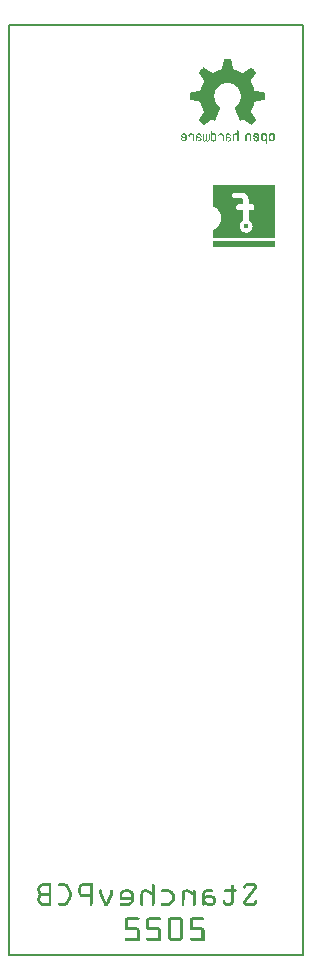
<source format=gbo>
G04 MADE WITH FRITZING*
G04 WWW.FRITZING.ORG*
G04 DOUBLE SIDED*
G04 HOLES PLATED*
G04 CONTOUR ON CENTER OF CONTOUR VECTOR*
%ASAXBY*%
%FSLAX23Y23*%
%MOIN*%
%OFA0B0*%
%SFA1.0B1.0*%
%ADD10C,0.015637*%
%ADD11R,0.206942X0.018593*%
%ADD12R,0.989217X3.110890X0.973217X3.094890*%
%ADD13C,0.008000*%
%ADD14R,0.001000X0.001000*%
%LNSILK0*%
G90*
G70*
G54D10*
X796Y2434D03*
G54D11*
X789Y2375D03*
G54D13*
X4Y3107D02*
X985Y3107D01*
X985Y4D01*
X4Y4D01*
X4Y3107D01*
D02*
G54D14*
X722Y2992D02*
X745Y2992D01*
X722Y2991D02*
X745Y2991D01*
X722Y2990D02*
X746Y2990D01*
X722Y2989D02*
X746Y2989D01*
X721Y2988D02*
X746Y2988D01*
X721Y2987D02*
X746Y2987D01*
X721Y2986D02*
X746Y2986D01*
X721Y2985D02*
X747Y2985D01*
X721Y2984D02*
X747Y2984D01*
X720Y2983D02*
X747Y2983D01*
X720Y2982D02*
X747Y2982D01*
X720Y2981D02*
X747Y2981D01*
X720Y2980D02*
X747Y2980D01*
X720Y2979D02*
X748Y2979D01*
X719Y2978D02*
X748Y2978D01*
X719Y2977D02*
X748Y2977D01*
X719Y2976D02*
X748Y2976D01*
X719Y2975D02*
X748Y2975D01*
X719Y2974D02*
X749Y2974D01*
X719Y2973D02*
X749Y2973D01*
X718Y2972D02*
X749Y2972D01*
X718Y2971D02*
X749Y2971D01*
X718Y2970D02*
X749Y2970D01*
X718Y2969D02*
X750Y2969D01*
X718Y2968D02*
X750Y2968D01*
X717Y2967D02*
X750Y2967D01*
X717Y2966D02*
X750Y2966D01*
X717Y2965D02*
X750Y2965D01*
X654Y2964D02*
X655Y2964D01*
X717Y2964D02*
X750Y2964D01*
X812Y2964D02*
X813Y2964D01*
X653Y2963D02*
X656Y2963D01*
X717Y2963D02*
X751Y2963D01*
X811Y2963D02*
X814Y2963D01*
X652Y2962D02*
X658Y2962D01*
X716Y2962D02*
X751Y2962D01*
X810Y2962D02*
X815Y2962D01*
X651Y2961D02*
X659Y2961D01*
X716Y2961D02*
X751Y2961D01*
X808Y2961D02*
X816Y2961D01*
X650Y2960D02*
X661Y2960D01*
X716Y2960D02*
X751Y2960D01*
X807Y2960D02*
X817Y2960D01*
X649Y2959D02*
X662Y2959D01*
X716Y2959D02*
X751Y2959D01*
X805Y2959D02*
X818Y2959D01*
X648Y2958D02*
X664Y2958D01*
X716Y2958D02*
X752Y2958D01*
X804Y2958D02*
X819Y2958D01*
X647Y2957D02*
X665Y2957D01*
X714Y2957D02*
X754Y2957D01*
X802Y2957D02*
X820Y2957D01*
X646Y2956D02*
X666Y2956D01*
X710Y2956D02*
X758Y2956D01*
X801Y2956D02*
X821Y2956D01*
X645Y2955D02*
X668Y2955D01*
X706Y2955D02*
X761Y2955D01*
X799Y2955D02*
X822Y2955D01*
X644Y2954D02*
X669Y2954D01*
X703Y2954D02*
X764Y2954D01*
X798Y2954D02*
X823Y2954D01*
X643Y2953D02*
X671Y2953D01*
X701Y2953D02*
X767Y2953D01*
X796Y2953D02*
X824Y2953D01*
X642Y2952D02*
X672Y2952D01*
X698Y2952D02*
X769Y2952D01*
X795Y2952D02*
X825Y2952D01*
X641Y2951D02*
X674Y2951D01*
X696Y2951D02*
X771Y2951D01*
X794Y2951D02*
X826Y2951D01*
X640Y2950D02*
X675Y2950D01*
X694Y2950D02*
X774Y2950D01*
X792Y2950D02*
X827Y2950D01*
X639Y2949D02*
X677Y2949D01*
X692Y2949D02*
X776Y2949D01*
X791Y2949D02*
X828Y2949D01*
X638Y2948D02*
X678Y2948D01*
X690Y2948D02*
X777Y2948D01*
X789Y2948D02*
X829Y2948D01*
X638Y2947D02*
X680Y2947D01*
X688Y2947D02*
X779Y2947D01*
X788Y2947D02*
X829Y2947D01*
X639Y2946D02*
X681Y2946D01*
X686Y2946D02*
X781Y2946D01*
X786Y2946D02*
X828Y2946D01*
X640Y2945D02*
X683Y2945D01*
X685Y2945D02*
X783Y2945D01*
X785Y2945D02*
X828Y2945D01*
X640Y2944D02*
X827Y2944D01*
X641Y2943D02*
X826Y2943D01*
X642Y2942D02*
X826Y2942D01*
X642Y2941D02*
X825Y2941D01*
X643Y2940D02*
X824Y2940D01*
X644Y2939D02*
X823Y2939D01*
X645Y2938D02*
X823Y2938D01*
X645Y2937D02*
X822Y2937D01*
X646Y2936D02*
X821Y2936D01*
X647Y2935D02*
X821Y2935D01*
X647Y2934D02*
X820Y2934D01*
X648Y2933D02*
X819Y2933D01*
X649Y2932D02*
X819Y2932D01*
X649Y2931D02*
X818Y2931D01*
X650Y2930D02*
X817Y2930D01*
X651Y2929D02*
X817Y2929D01*
X651Y2928D02*
X816Y2928D01*
X652Y2927D02*
X815Y2927D01*
X653Y2926D02*
X815Y2926D01*
X653Y2925D02*
X814Y2925D01*
X654Y2924D02*
X813Y2924D01*
X655Y2923D02*
X812Y2923D01*
X656Y2922D02*
X812Y2922D01*
X656Y2921D02*
X811Y2921D01*
X657Y2920D02*
X810Y2920D01*
X658Y2919D02*
X810Y2919D01*
X657Y2918D02*
X810Y2918D01*
X657Y2917D02*
X811Y2917D01*
X656Y2916D02*
X811Y2916D01*
X655Y2915D02*
X812Y2915D01*
X655Y2914D02*
X813Y2914D01*
X654Y2913D02*
X813Y2913D01*
X653Y2912D02*
X727Y2912D01*
X740Y2912D02*
X814Y2912D01*
X653Y2911D02*
X722Y2911D01*
X745Y2911D02*
X814Y2911D01*
X652Y2910D02*
X719Y2910D01*
X748Y2910D02*
X815Y2910D01*
X652Y2909D02*
X716Y2909D01*
X751Y2909D02*
X815Y2909D01*
X651Y2908D02*
X714Y2908D01*
X753Y2908D02*
X816Y2908D01*
X651Y2907D02*
X712Y2907D01*
X755Y2907D02*
X816Y2907D01*
X650Y2906D02*
X710Y2906D01*
X757Y2906D02*
X817Y2906D01*
X650Y2905D02*
X709Y2905D01*
X759Y2905D02*
X817Y2905D01*
X649Y2904D02*
X707Y2904D01*
X760Y2904D02*
X818Y2904D01*
X649Y2903D02*
X706Y2903D01*
X761Y2903D02*
X818Y2903D01*
X649Y2902D02*
X705Y2902D01*
X763Y2902D02*
X819Y2902D01*
X648Y2901D02*
X704Y2901D01*
X764Y2901D02*
X819Y2901D01*
X648Y2900D02*
X702Y2900D01*
X765Y2900D02*
X819Y2900D01*
X648Y2899D02*
X701Y2899D01*
X766Y2899D02*
X820Y2899D01*
X647Y2898D02*
X701Y2898D01*
X767Y2898D02*
X820Y2898D01*
X647Y2897D02*
X700Y2897D01*
X768Y2897D02*
X820Y2897D01*
X646Y2896D02*
X699Y2896D01*
X769Y2896D02*
X821Y2896D01*
X646Y2895D02*
X698Y2895D01*
X769Y2895D02*
X821Y2895D01*
X646Y2894D02*
X697Y2894D01*
X770Y2894D02*
X821Y2894D01*
X646Y2893D02*
X697Y2893D01*
X771Y2893D02*
X822Y2893D01*
X645Y2892D02*
X696Y2892D01*
X771Y2892D02*
X822Y2892D01*
X645Y2891D02*
X695Y2891D01*
X772Y2891D02*
X822Y2891D01*
X645Y2890D02*
X695Y2890D01*
X773Y2890D02*
X823Y2890D01*
X644Y2889D02*
X694Y2889D01*
X773Y2889D02*
X823Y2889D01*
X644Y2888D02*
X694Y2888D01*
X774Y2888D02*
X823Y2888D01*
X644Y2887D02*
X693Y2887D01*
X774Y2887D02*
X823Y2887D01*
X640Y2886D02*
X693Y2886D01*
X775Y2886D02*
X827Y2886D01*
X635Y2885D02*
X692Y2885D01*
X775Y2885D02*
X833Y2885D01*
X629Y2884D02*
X692Y2884D01*
X775Y2884D02*
X838Y2884D01*
X624Y2883D02*
X692Y2883D01*
X776Y2883D02*
X843Y2883D01*
X619Y2882D02*
X691Y2882D01*
X776Y2882D02*
X849Y2882D01*
X613Y2881D02*
X691Y2881D01*
X776Y2881D02*
X854Y2881D01*
X610Y2880D02*
X691Y2880D01*
X777Y2880D02*
X857Y2880D01*
X610Y2879D02*
X690Y2879D01*
X777Y2879D02*
X857Y2879D01*
X610Y2878D02*
X690Y2878D01*
X777Y2878D02*
X857Y2878D01*
X610Y2877D02*
X690Y2877D01*
X777Y2877D02*
X857Y2877D01*
X610Y2876D02*
X690Y2876D01*
X778Y2876D02*
X857Y2876D01*
X610Y2875D02*
X690Y2875D01*
X778Y2875D02*
X857Y2875D01*
X610Y2874D02*
X689Y2874D01*
X778Y2874D02*
X857Y2874D01*
X610Y2873D02*
X689Y2873D01*
X778Y2873D02*
X857Y2873D01*
X610Y2872D02*
X689Y2872D01*
X778Y2872D02*
X857Y2872D01*
X610Y2871D02*
X689Y2871D01*
X778Y2871D02*
X857Y2871D01*
X610Y2870D02*
X689Y2870D01*
X778Y2870D02*
X857Y2870D01*
X610Y2869D02*
X689Y2869D01*
X778Y2869D02*
X857Y2869D01*
X610Y2868D02*
X689Y2868D01*
X778Y2868D02*
X857Y2868D01*
X610Y2867D02*
X689Y2867D01*
X778Y2867D02*
X857Y2867D01*
X610Y2866D02*
X689Y2866D01*
X778Y2866D02*
X857Y2866D01*
X610Y2865D02*
X689Y2865D01*
X778Y2865D02*
X857Y2865D01*
X610Y2864D02*
X689Y2864D01*
X778Y2864D02*
X857Y2864D01*
X610Y2863D02*
X689Y2863D01*
X778Y2863D02*
X857Y2863D01*
X610Y2862D02*
X689Y2862D01*
X778Y2862D02*
X857Y2862D01*
X610Y2861D02*
X690Y2861D01*
X778Y2861D02*
X857Y2861D01*
X610Y2860D02*
X690Y2860D01*
X778Y2860D02*
X857Y2860D01*
X610Y2859D02*
X690Y2859D01*
X777Y2859D02*
X857Y2859D01*
X610Y2858D02*
X690Y2858D01*
X777Y2858D02*
X857Y2858D01*
X610Y2857D02*
X690Y2857D01*
X777Y2857D02*
X857Y2857D01*
X612Y2856D02*
X691Y2856D01*
X777Y2856D02*
X855Y2856D01*
X618Y2855D02*
X691Y2855D01*
X776Y2855D02*
X850Y2855D01*
X623Y2854D02*
X691Y2854D01*
X776Y2854D02*
X844Y2854D01*
X628Y2853D02*
X692Y2853D01*
X776Y2853D02*
X839Y2853D01*
X634Y2852D02*
X692Y2852D01*
X775Y2852D02*
X834Y2852D01*
X639Y2851D02*
X692Y2851D01*
X775Y2851D02*
X828Y2851D01*
X643Y2850D02*
X693Y2850D01*
X774Y2850D02*
X824Y2850D01*
X643Y2849D02*
X693Y2849D01*
X774Y2849D02*
X824Y2849D01*
X644Y2848D02*
X694Y2848D01*
X773Y2848D02*
X824Y2848D01*
X644Y2847D02*
X694Y2847D01*
X773Y2847D02*
X823Y2847D01*
X644Y2846D02*
X695Y2846D01*
X772Y2846D02*
X823Y2846D01*
X644Y2845D02*
X696Y2845D01*
X772Y2845D02*
X823Y2845D01*
X645Y2844D02*
X696Y2844D01*
X771Y2844D02*
X823Y2844D01*
X645Y2843D02*
X697Y2843D01*
X770Y2843D02*
X822Y2843D01*
X645Y2842D02*
X698Y2842D01*
X770Y2842D02*
X822Y2842D01*
X645Y2841D02*
X698Y2841D01*
X769Y2841D02*
X822Y2841D01*
X646Y2840D02*
X699Y2840D01*
X768Y2840D02*
X822Y2840D01*
X646Y2839D02*
X700Y2839D01*
X767Y2839D02*
X821Y2839D01*
X646Y2838D02*
X701Y2838D01*
X766Y2838D02*
X821Y2838D01*
X647Y2837D02*
X702Y2837D01*
X765Y2837D02*
X821Y2837D01*
X647Y2836D02*
X703Y2836D01*
X764Y2836D02*
X820Y2836D01*
X647Y2835D02*
X704Y2835D01*
X763Y2835D02*
X820Y2835D01*
X648Y2834D02*
X705Y2834D01*
X762Y2834D02*
X819Y2834D01*
X648Y2833D02*
X707Y2833D01*
X761Y2833D02*
X819Y2833D01*
X649Y2832D02*
X708Y2832D01*
X759Y2832D02*
X819Y2832D01*
X649Y2831D02*
X709Y2831D01*
X758Y2831D02*
X818Y2831D01*
X649Y2830D02*
X710Y2830D01*
X757Y2830D02*
X818Y2830D01*
X650Y2829D02*
X710Y2829D01*
X758Y2829D02*
X817Y2829D01*
X650Y2828D02*
X709Y2828D01*
X758Y2828D02*
X817Y2828D01*
X651Y2827D02*
X709Y2827D01*
X759Y2827D02*
X816Y2827D01*
X651Y2826D02*
X708Y2826D01*
X759Y2826D02*
X816Y2826D01*
X652Y2825D02*
X708Y2825D01*
X759Y2825D02*
X815Y2825D01*
X652Y2824D02*
X707Y2824D01*
X760Y2824D02*
X815Y2824D01*
X653Y2823D02*
X707Y2823D01*
X760Y2823D02*
X814Y2823D01*
X653Y2822D02*
X707Y2822D01*
X761Y2822D02*
X814Y2822D01*
X654Y2821D02*
X706Y2821D01*
X761Y2821D02*
X813Y2821D01*
X655Y2820D02*
X706Y2820D01*
X762Y2820D02*
X813Y2820D01*
X655Y2819D02*
X705Y2819D01*
X762Y2819D02*
X812Y2819D01*
X656Y2818D02*
X705Y2818D01*
X762Y2818D02*
X811Y2818D01*
X656Y2817D02*
X705Y2817D01*
X763Y2817D02*
X811Y2817D01*
X656Y2816D02*
X704Y2816D01*
X763Y2816D02*
X811Y2816D01*
X656Y2815D02*
X704Y2815D01*
X764Y2815D02*
X812Y2815D01*
X655Y2814D02*
X703Y2814D01*
X764Y2814D02*
X812Y2814D01*
X654Y2813D02*
X703Y2813D01*
X764Y2813D02*
X813Y2813D01*
X654Y2812D02*
X702Y2812D01*
X765Y2812D02*
X814Y2812D01*
X653Y2811D02*
X702Y2811D01*
X765Y2811D02*
X814Y2811D01*
X652Y2810D02*
X702Y2810D01*
X766Y2810D02*
X815Y2810D01*
X652Y2809D02*
X701Y2809D01*
X766Y2809D02*
X816Y2809D01*
X651Y2808D02*
X701Y2808D01*
X766Y2808D02*
X816Y2808D01*
X650Y2807D02*
X700Y2807D01*
X767Y2807D02*
X817Y2807D01*
X649Y2806D02*
X700Y2806D01*
X767Y2806D02*
X818Y2806D01*
X649Y2805D02*
X700Y2805D01*
X768Y2805D02*
X819Y2805D01*
X648Y2804D02*
X699Y2804D01*
X768Y2804D02*
X819Y2804D01*
X647Y2803D02*
X699Y2803D01*
X769Y2803D02*
X820Y2803D01*
X647Y2802D02*
X698Y2802D01*
X769Y2802D02*
X821Y2802D01*
X646Y2801D02*
X698Y2801D01*
X769Y2801D02*
X821Y2801D01*
X645Y2800D02*
X698Y2800D01*
X770Y2800D02*
X822Y2800D01*
X645Y2799D02*
X697Y2799D01*
X770Y2799D02*
X823Y2799D01*
X644Y2798D02*
X697Y2798D01*
X771Y2798D02*
X823Y2798D01*
X643Y2797D02*
X696Y2797D01*
X771Y2797D02*
X824Y2797D01*
X643Y2796D02*
X696Y2796D01*
X771Y2796D02*
X825Y2796D01*
X642Y2795D02*
X695Y2795D01*
X772Y2795D02*
X825Y2795D01*
X641Y2794D02*
X695Y2794D01*
X772Y2794D02*
X826Y2794D01*
X641Y2793D02*
X695Y2793D01*
X773Y2793D02*
X827Y2793D01*
X640Y2792D02*
X694Y2792D01*
X773Y2792D02*
X827Y2792D01*
X639Y2791D02*
X694Y2791D01*
X774Y2791D02*
X828Y2791D01*
X638Y2790D02*
X680Y2790D01*
X683Y2790D02*
X693Y2790D01*
X774Y2790D02*
X784Y2790D01*
X787Y2790D02*
X829Y2790D01*
X638Y2789D02*
X678Y2789D01*
X685Y2789D02*
X693Y2789D01*
X774Y2789D02*
X783Y2789D01*
X789Y2789D02*
X829Y2789D01*
X639Y2788D02*
X677Y2788D01*
X686Y2788D02*
X693Y2788D01*
X775Y2788D02*
X781Y2788D01*
X790Y2788D02*
X828Y2788D01*
X640Y2787D02*
X675Y2787D01*
X688Y2787D02*
X692Y2787D01*
X775Y2787D02*
X779Y2787D01*
X792Y2787D02*
X827Y2787D01*
X641Y2786D02*
X674Y2786D01*
X690Y2786D02*
X692Y2786D01*
X776Y2786D02*
X778Y2786D01*
X793Y2786D02*
X826Y2786D01*
X642Y2785D02*
X673Y2785D01*
X691Y2785D02*
X691Y2785D01*
X776Y2785D02*
X776Y2785D01*
X795Y2785D02*
X825Y2785D01*
X643Y2784D02*
X671Y2784D01*
X796Y2784D02*
X824Y2784D01*
X644Y2783D02*
X670Y2783D01*
X798Y2783D02*
X823Y2783D01*
X645Y2782D02*
X668Y2782D01*
X799Y2782D02*
X822Y2782D01*
X646Y2781D02*
X667Y2781D01*
X801Y2781D02*
X821Y2781D01*
X647Y2780D02*
X665Y2780D01*
X802Y2780D02*
X820Y2780D01*
X648Y2779D02*
X664Y2779D01*
X803Y2779D02*
X819Y2779D01*
X649Y2778D02*
X662Y2778D01*
X805Y2778D02*
X818Y2778D01*
X650Y2777D02*
X661Y2777D01*
X806Y2777D02*
X817Y2777D01*
X651Y2776D02*
X659Y2776D01*
X808Y2776D02*
X816Y2776D01*
X652Y2775D02*
X658Y2775D01*
X809Y2775D02*
X815Y2775D01*
X653Y2774D02*
X657Y2774D01*
X811Y2774D02*
X814Y2774D01*
X654Y2773D02*
X655Y2773D01*
X812Y2773D02*
X813Y2773D01*
X767Y2754D02*
X767Y2754D01*
X678Y2753D02*
X680Y2753D01*
X767Y2753D02*
X769Y2753D01*
X678Y2752D02*
X681Y2752D01*
X767Y2752D02*
X770Y2752D01*
X678Y2751D02*
X681Y2751D01*
X767Y2751D02*
X770Y2751D01*
X678Y2750D02*
X681Y2750D01*
X767Y2750D02*
X770Y2750D01*
X678Y2749D02*
X681Y2749D01*
X767Y2749D02*
X770Y2749D01*
X678Y2748D02*
X681Y2748D01*
X767Y2748D02*
X770Y2748D01*
X678Y2747D02*
X681Y2747D01*
X767Y2747D02*
X770Y2747D01*
X678Y2746D02*
X681Y2746D01*
X767Y2746D02*
X770Y2746D01*
X802Y2746D02*
X805Y2746D01*
X828Y2746D02*
X831Y2746D01*
X854Y2746D02*
X857Y2746D01*
X880Y2746D02*
X883Y2746D01*
X678Y2745D02*
X681Y2745D01*
X767Y2745D02*
X770Y2745D01*
X799Y2745D02*
X808Y2745D01*
X825Y2745D02*
X834Y2745D01*
X851Y2745D02*
X860Y2745D01*
X877Y2745D02*
X886Y2745D01*
X585Y2744D02*
X591Y2744D01*
X610Y2744D02*
X616Y2744D01*
X635Y2744D02*
X641Y2744D01*
X651Y2744D02*
X652Y2744D01*
X661Y2744D02*
X661Y2744D01*
X671Y2744D02*
X671Y2744D01*
X678Y2744D02*
X681Y2744D01*
X684Y2744D02*
X690Y2744D01*
X709Y2744D02*
X715Y2744D01*
X734Y2744D02*
X739Y2744D01*
X758Y2744D02*
X764Y2744D01*
X767Y2744D02*
X770Y2744D01*
X798Y2744D02*
X809Y2744D01*
X824Y2744D02*
X835Y2744D01*
X850Y2744D02*
X861Y2744D01*
X876Y2744D02*
X887Y2744D01*
X584Y2743D02*
X593Y2743D01*
X608Y2743D02*
X618Y2743D01*
X633Y2743D02*
X642Y2743D01*
X651Y2743D02*
X654Y2743D01*
X661Y2743D02*
X664Y2743D01*
X671Y2743D02*
X673Y2743D01*
X678Y2743D02*
X692Y2743D01*
X707Y2743D02*
X717Y2743D01*
X732Y2743D02*
X741Y2743D01*
X756Y2743D02*
X770Y2743D01*
X797Y2743D02*
X811Y2743D01*
X823Y2743D02*
X837Y2743D01*
X849Y2743D02*
X862Y2743D01*
X875Y2743D02*
X888Y2743D01*
X582Y2742D02*
X594Y2742D01*
X607Y2742D02*
X619Y2742D01*
X632Y2742D02*
X644Y2742D01*
X651Y2742D02*
X654Y2742D01*
X661Y2742D02*
X664Y2742D01*
X671Y2742D02*
X674Y2742D01*
X678Y2742D02*
X693Y2742D01*
X706Y2742D02*
X718Y2742D01*
X730Y2742D02*
X742Y2742D01*
X755Y2742D02*
X770Y2742D01*
X796Y2742D02*
X811Y2742D01*
X822Y2742D02*
X837Y2742D01*
X848Y2742D02*
X863Y2742D01*
X874Y2742D02*
X889Y2742D01*
X582Y2741D02*
X595Y2741D01*
X606Y2741D02*
X620Y2741D01*
X631Y2741D02*
X644Y2741D01*
X651Y2741D02*
X654Y2741D01*
X661Y2741D02*
X664Y2741D01*
X671Y2741D02*
X674Y2741D01*
X678Y2741D02*
X694Y2741D01*
X705Y2741D02*
X719Y2741D01*
X730Y2741D02*
X743Y2741D01*
X754Y2741D02*
X770Y2741D01*
X795Y2741D02*
X812Y2741D01*
X821Y2741D02*
X838Y2741D01*
X847Y2741D02*
X864Y2741D01*
X873Y2741D02*
X890Y2741D01*
X581Y2740D02*
X586Y2740D01*
X591Y2740D02*
X596Y2740D01*
X606Y2740D02*
X610Y2740D01*
X616Y2740D02*
X621Y2740D01*
X630Y2740D02*
X635Y2740D01*
X641Y2740D02*
X645Y2740D01*
X651Y2740D02*
X654Y2740D01*
X661Y2740D02*
X664Y2740D01*
X671Y2740D02*
X674Y2740D01*
X678Y2740D02*
X684Y2740D01*
X690Y2740D02*
X695Y2740D01*
X704Y2740D02*
X709Y2740D01*
X715Y2740D02*
X719Y2740D01*
X729Y2740D02*
X734Y2740D01*
X740Y2740D02*
X744Y2740D01*
X754Y2740D02*
X758Y2740D01*
X764Y2740D02*
X770Y2740D01*
X795Y2740D02*
X801Y2740D01*
X806Y2740D02*
X813Y2740D01*
X821Y2740D02*
X827Y2740D01*
X832Y2740D02*
X838Y2740D01*
X847Y2740D02*
X853Y2740D01*
X858Y2740D02*
X864Y2740D01*
X873Y2740D02*
X879Y2740D01*
X884Y2740D02*
X890Y2740D01*
X580Y2739D02*
X584Y2739D01*
X593Y2739D02*
X597Y2739D01*
X605Y2739D02*
X609Y2739D01*
X617Y2739D02*
X621Y2739D01*
X630Y2739D02*
X634Y2739D01*
X642Y2739D02*
X646Y2739D01*
X651Y2739D02*
X654Y2739D01*
X661Y2739D02*
X664Y2739D01*
X671Y2739D02*
X674Y2739D01*
X678Y2739D02*
X683Y2739D01*
X691Y2739D02*
X695Y2739D01*
X704Y2739D02*
X708Y2739D01*
X716Y2739D02*
X720Y2739D01*
X728Y2739D02*
X732Y2739D01*
X741Y2739D02*
X744Y2739D01*
X753Y2739D02*
X757Y2739D01*
X766Y2739D02*
X770Y2739D01*
X794Y2739D02*
X800Y2739D01*
X808Y2739D02*
X813Y2739D01*
X820Y2739D02*
X826Y2739D01*
X834Y2739D02*
X839Y2739D01*
X846Y2739D02*
X852Y2739D01*
X859Y2739D02*
X865Y2739D01*
X872Y2739D02*
X878Y2739D01*
X885Y2739D02*
X891Y2739D01*
X580Y2738D02*
X583Y2738D01*
X593Y2738D02*
X597Y2738D01*
X605Y2738D02*
X608Y2738D01*
X618Y2738D02*
X622Y2738D01*
X629Y2738D02*
X633Y2738D01*
X643Y2738D02*
X646Y2738D01*
X651Y2738D02*
X654Y2738D01*
X661Y2738D02*
X664Y2738D01*
X671Y2738D02*
X674Y2738D01*
X678Y2738D02*
X682Y2738D01*
X692Y2738D02*
X696Y2738D01*
X703Y2738D02*
X707Y2738D01*
X717Y2738D02*
X720Y2738D01*
X728Y2738D02*
X732Y2738D01*
X742Y2738D02*
X745Y2738D01*
X753Y2738D02*
X756Y2738D01*
X766Y2738D02*
X770Y2738D01*
X794Y2738D02*
X799Y2738D01*
X808Y2738D02*
X813Y2738D01*
X820Y2738D02*
X825Y2738D01*
X834Y2738D02*
X839Y2738D01*
X846Y2738D02*
X851Y2738D01*
X860Y2738D02*
X865Y2738D01*
X872Y2738D02*
X877Y2738D01*
X886Y2738D02*
X891Y2738D01*
X580Y2737D02*
X583Y2737D01*
X594Y2737D02*
X597Y2737D01*
X604Y2737D02*
X608Y2737D01*
X619Y2737D02*
X622Y2737D01*
X629Y2737D02*
X632Y2737D01*
X643Y2737D02*
X646Y2737D01*
X651Y2737D02*
X654Y2737D01*
X661Y2737D02*
X664Y2737D01*
X671Y2737D02*
X674Y2737D01*
X678Y2737D02*
X682Y2737D01*
X693Y2737D02*
X696Y2737D01*
X703Y2737D02*
X706Y2737D01*
X717Y2737D02*
X721Y2737D01*
X728Y2737D02*
X731Y2737D01*
X742Y2737D02*
X745Y2737D01*
X753Y2737D02*
X756Y2737D01*
X767Y2737D02*
X770Y2737D01*
X794Y2737D02*
X799Y2737D01*
X809Y2737D02*
X813Y2737D01*
X820Y2737D02*
X825Y2737D01*
X834Y2737D02*
X839Y2737D01*
X846Y2737D02*
X851Y2737D01*
X860Y2737D02*
X865Y2737D01*
X872Y2737D02*
X877Y2737D01*
X886Y2737D02*
X891Y2737D01*
X580Y2736D02*
X583Y2736D01*
X594Y2736D02*
X597Y2736D01*
X604Y2736D02*
X607Y2736D01*
X619Y2736D02*
X622Y2736D01*
X629Y2736D02*
X632Y2736D01*
X643Y2736D02*
X647Y2736D01*
X651Y2736D02*
X654Y2736D01*
X661Y2736D02*
X664Y2736D01*
X671Y2736D02*
X674Y2736D01*
X678Y2736D02*
X681Y2736D01*
X693Y2736D02*
X696Y2736D01*
X703Y2736D02*
X706Y2736D01*
X718Y2736D02*
X721Y2736D01*
X728Y2736D02*
X731Y2736D01*
X742Y2736D02*
X745Y2736D01*
X752Y2736D02*
X756Y2736D01*
X767Y2736D02*
X770Y2736D01*
X794Y2736D02*
X799Y2736D01*
X809Y2736D02*
X813Y2736D01*
X820Y2736D02*
X827Y2736D01*
X835Y2736D02*
X839Y2736D01*
X846Y2736D02*
X851Y2736D01*
X861Y2736D02*
X865Y2736D01*
X872Y2736D02*
X876Y2736D01*
X887Y2736D02*
X891Y2736D01*
X580Y2735D02*
X584Y2735D01*
X594Y2735D02*
X597Y2735D01*
X605Y2735D02*
X607Y2735D01*
X619Y2735D02*
X622Y2735D01*
X629Y2735D02*
X632Y2735D01*
X644Y2735D02*
X647Y2735D01*
X651Y2735D02*
X654Y2735D01*
X661Y2735D02*
X664Y2735D01*
X671Y2735D02*
X674Y2735D01*
X678Y2735D02*
X681Y2735D01*
X693Y2735D02*
X696Y2735D01*
X704Y2735D02*
X706Y2735D01*
X718Y2735D02*
X721Y2735D01*
X728Y2735D02*
X731Y2735D01*
X743Y2735D02*
X745Y2735D01*
X752Y2735D02*
X755Y2735D01*
X767Y2735D02*
X770Y2735D01*
X794Y2735D02*
X799Y2735D01*
X809Y2735D02*
X813Y2735D01*
X820Y2735D02*
X829Y2735D01*
X835Y2735D02*
X839Y2735D01*
X846Y2735D02*
X851Y2735D01*
X861Y2735D02*
X865Y2735D01*
X872Y2735D02*
X876Y2735D01*
X887Y2735D02*
X891Y2735D01*
X580Y2734D02*
X586Y2734D01*
X594Y2734D02*
X597Y2734D01*
X607Y2734D02*
X607Y2734D01*
X619Y2734D02*
X622Y2734D01*
X629Y2734D02*
X635Y2734D01*
X646Y2734D02*
X647Y2734D01*
X651Y2734D02*
X654Y2734D01*
X661Y2734D02*
X664Y2734D01*
X671Y2734D02*
X674Y2734D01*
X678Y2734D02*
X681Y2734D01*
X693Y2734D02*
X696Y2734D01*
X706Y2734D02*
X706Y2734D01*
X718Y2734D02*
X721Y2734D01*
X728Y2734D02*
X733Y2734D01*
X745Y2734D02*
X745Y2734D01*
X752Y2734D02*
X755Y2734D01*
X767Y2734D02*
X770Y2734D01*
X794Y2734D02*
X799Y2734D01*
X809Y2734D02*
X813Y2734D01*
X820Y2734D02*
X831Y2734D01*
X835Y2734D02*
X839Y2734D01*
X846Y2734D02*
X851Y2734D01*
X861Y2734D02*
X865Y2734D01*
X872Y2734D02*
X876Y2734D01*
X887Y2734D02*
X891Y2734D01*
X580Y2733D02*
X588Y2733D01*
X594Y2733D02*
X597Y2733D01*
X619Y2733D02*
X622Y2733D01*
X629Y2733D02*
X637Y2733D01*
X651Y2733D02*
X654Y2733D01*
X661Y2733D02*
X664Y2733D01*
X671Y2733D02*
X674Y2733D01*
X678Y2733D02*
X681Y2733D01*
X693Y2733D02*
X696Y2733D01*
X718Y2733D02*
X721Y2733D01*
X728Y2733D02*
X736Y2733D01*
X752Y2733D02*
X755Y2733D01*
X767Y2733D02*
X770Y2733D01*
X794Y2733D02*
X799Y2733D01*
X809Y2733D02*
X813Y2733D01*
X821Y2733D02*
X839Y2733D01*
X846Y2733D02*
X851Y2733D01*
X861Y2733D02*
X865Y2733D01*
X872Y2733D02*
X876Y2733D01*
X887Y2733D02*
X891Y2733D01*
X582Y2732D02*
X591Y2732D01*
X594Y2732D02*
X597Y2732D01*
X619Y2732D02*
X622Y2732D01*
X629Y2732D02*
X639Y2732D01*
X651Y2732D02*
X654Y2732D01*
X661Y2732D02*
X664Y2732D01*
X671Y2732D02*
X674Y2732D01*
X678Y2732D02*
X681Y2732D01*
X693Y2732D02*
X696Y2732D01*
X718Y2732D02*
X721Y2732D01*
X728Y2732D02*
X738Y2732D01*
X752Y2732D02*
X755Y2732D01*
X767Y2732D02*
X770Y2732D01*
X794Y2732D02*
X799Y2732D01*
X809Y2732D02*
X813Y2732D01*
X823Y2732D02*
X839Y2732D01*
X846Y2732D02*
X851Y2732D01*
X861Y2732D02*
X865Y2732D01*
X872Y2732D02*
X876Y2732D01*
X887Y2732D02*
X891Y2732D01*
X584Y2731D02*
X597Y2731D01*
X619Y2731D02*
X622Y2731D01*
X629Y2731D02*
X642Y2731D01*
X651Y2731D02*
X654Y2731D01*
X661Y2731D02*
X664Y2731D01*
X671Y2731D02*
X674Y2731D01*
X678Y2731D02*
X681Y2731D01*
X693Y2731D02*
X696Y2731D01*
X718Y2731D02*
X721Y2731D01*
X728Y2731D02*
X741Y2731D01*
X752Y2731D02*
X755Y2731D01*
X767Y2731D02*
X770Y2731D01*
X794Y2731D02*
X799Y2731D01*
X809Y2731D02*
X813Y2731D01*
X825Y2731D02*
X839Y2731D01*
X846Y2731D02*
X851Y2731D01*
X861Y2731D02*
X865Y2731D01*
X872Y2731D02*
X876Y2731D01*
X887Y2731D02*
X891Y2731D01*
X586Y2730D02*
X597Y2730D01*
X619Y2730D02*
X622Y2730D01*
X629Y2730D02*
X632Y2730D01*
X635Y2730D02*
X644Y2730D01*
X651Y2730D02*
X654Y2730D01*
X661Y2730D02*
X664Y2730D01*
X671Y2730D02*
X674Y2730D01*
X678Y2730D02*
X681Y2730D01*
X693Y2730D02*
X696Y2730D01*
X718Y2730D02*
X721Y2730D01*
X728Y2730D02*
X731Y2730D01*
X734Y2730D02*
X742Y2730D01*
X752Y2730D02*
X755Y2730D01*
X767Y2730D02*
X770Y2730D01*
X794Y2730D02*
X799Y2730D01*
X809Y2730D02*
X813Y2730D01*
X820Y2730D02*
X820Y2730D01*
X827Y2730D02*
X839Y2730D01*
X846Y2730D02*
X851Y2730D01*
X861Y2730D02*
X865Y2730D01*
X872Y2730D02*
X876Y2730D01*
X887Y2730D02*
X891Y2730D01*
X589Y2729D02*
X597Y2729D01*
X619Y2729D02*
X622Y2729D01*
X629Y2729D02*
X632Y2729D01*
X637Y2729D02*
X645Y2729D01*
X651Y2729D02*
X654Y2729D01*
X661Y2729D02*
X664Y2729D01*
X671Y2729D02*
X674Y2729D01*
X678Y2729D02*
X681Y2729D01*
X693Y2729D02*
X696Y2729D01*
X718Y2729D02*
X721Y2729D01*
X728Y2729D02*
X731Y2729D01*
X736Y2729D02*
X744Y2729D01*
X752Y2729D02*
X755Y2729D01*
X767Y2729D02*
X770Y2729D01*
X794Y2729D02*
X799Y2729D01*
X809Y2729D02*
X813Y2729D01*
X820Y2729D02*
X822Y2729D01*
X830Y2729D02*
X839Y2729D01*
X846Y2729D02*
X851Y2729D01*
X861Y2729D02*
X865Y2729D01*
X872Y2729D02*
X876Y2729D01*
X887Y2729D02*
X891Y2729D01*
X580Y2728D02*
X580Y2728D01*
X591Y2728D02*
X597Y2728D01*
X619Y2728D02*
X622Y2728D01*
X629Y2728D02*
X632Y2728D01*
X640Y2728D02*
X646Y2728D01*
X651Y2728D02*
X654Y2728D01*
X661Y2728D02*
X664Y2728D01*
X671Y2728D02*
X674Y2728D01*
X678Y2728D02*
X681Y2728D01*
X693Y2728D02*
X696Y2728D01*
X718Y2728D02*
X721Y2728D01*
X728Y2728D02*
X731Y2728D01*
X739Y2728D02*
X744Y2728D01*
X752Y2728D02*
X755Y2728D01*
X767Y2728D02*
X770Y2728D01*
X794Y2728D02*
X799Y2728D01*
X809Y2728D02*
X813Y2728D01*
X820Y2728D02*
X824Y2728D01*
X832Y2728D02*
X839Y2728D01*
X846Y2728D02*
X851Y2728D01*
X861Y2728D02*
X865Y2728D01*
X872Y2728D02*
X876Y2728D01*
X887Y2728D02*
X891Y2728D01*
X580Y2727D02*
X582Y2727D01*
X593Y2727D02*
X597Y2727D01*
X619Y2727D02*
X622Y2727D01*
X629Y2727D02*
X632Y2727D01*
X642Y2727D02*
X646Y2727D01*
X651Y2727D02*
X654Y2727D01*
X661Y2727D02*
X664Y2727D01*
X671Y2727D02*
X674Y2727D01*
X678Y2727D02*
X681Y2727D01*
X693Y2727D02*
X696Y2727D01*
X718Y2727D02*
X721Y2727D01*
X728Y2727D02*
X731Y2727D01*
X741Y2727D02*
X745Y2727D01*
X752Y2727D02*
X755Y2727D01*
X767Y2727D02*
X770Y2727D01*
X794Y2727D02*
X799Y2727D01*
X809Y2727D02*
X813Y2727D01*
X820Y2727D02*
X825Y2727D01*
X834Y2727D02*
X839Y2727D01*
X846Y2727D02*
X851Y2727D01*
X861Y2727D02*
X865Y2727D01*
X872Y2727D02*
X876Y2727D01*
X887Y2727D02*
X891Y2727D01*
X580Y2726D02*
X583Y2726D01*
X594Y2726D02*
X597Y2726D01*
X619Y2726D02*
X622Y2726D01*
X629Y2726D02*
X632Y2726D01*
X643Y2726D02*
X646Y2726D01*
X651Y2726D02*
X654Y2726D01*
X661Y2726D02*
X664Y2726D01*
X671Y2726D02*
X674Y2726D01*
X678Y2726D02*
X681Y2726D01*
X693Y2726D02*
X696Y2726D01*
X718Y2726D02*
X721Y2726D01*
X728Y2726D02*
X731Y2726D01*
X742Y2726D02*
X745Y2726D01*
X752Y2726D02*
X755Y2726D01*
X767Y2726D02*
X770Y2726D01*
X794Y2726D02*
X799Y2726D01*
X809Y2726D02*
X813Y2726D01*
X820Y2726D02*
X825Y2726D01*
X834Y2726D02*
X839Y2726D01*
X846Y2726D02*
X851Y2726D01*
X860Y2726D02*
X865Y2726D01*
X872Y2726D02*
X877Y2726D01*
X886Y2726D02*
X891Y2726D01*
X580Y2725D02*
X583Y2725D01*
X594Y2725D02*
X597Y2725D01*
X619Y2725D02*
X622Y2725D01*
X629Y2725D02*
X632Y2725D01*
X644Y2725D02*
X647Y2725D01*
X651Y2725D02*
X654Y2725D01*
X661Y2725D02*
X664Y2725D01*
X671Y2725D02*
X674Y2725D01*
X678Y2725D02*
X682Y2725D01*
X693Y2725D02*
X696Y2725D01*
X718Y2725D02*
X721Y2725D01*
X728Y2725D02*
X731Y2725D01*
X742Y2725D02*
X745Y2725D01*
X752Y2725D02*
X755Y2725D01*
X767Y2725D02*
X770Y2725D01*
X794Y2725D02*
X799Y2725D01*
X809Y2725D02*
X813Y2725D01*
X820Y2725D02*
X825Y2725D01*
X834Y2725D02*
X839Y2725D01*
X846Y2725D02*
X851Y2725D01*
X860Y2725D02*
X865Y2725D01*
X872Y2725D02*
X877Y2725D01*
X886Y2725D02*
X891Y2725D01*
X580Y2724D02*
X583Y2724D01*
X594Y2724D02*
X597Y2724D01*
X619Y2724D02*
X622Y2724D01*
X629Y2724D02*
X632Y2724D01*
X644Y2724D02*
X647Y2724D01*
X651Y2724D02*
X654Y2724D01*
X661Y2724D02*
X664Y2724D01*
X671Y2724D02*
X674Y2724D01*
X679Y2724D02*
X682Y2724D01*
X692Y2724D02*
X696Y2724D01*
X718Y2724D02*
X721Y2724D01*
X728Y2724D02*
X731Y2724D01*
X742Y2724D02*
X745Y2724D01*
X752Y2724D02*
X755Y2724D01*
X767Y2724D02*
X770Y2724D01*
X794Y2724D02*
X799Y2724D01*
X809Y2724D02*
X813Y2724D01*
X821Y2724D02*
X826Y2724D01*
X833Y2724D02*
X839Y2724D01*
X846Y2724D02*
X852Y2724D01*
X859Y2724D02*
X865Y2724D01*
X872Y2724D02*
X878Y2724D01*
X885Y2724D02*
X891Y2724D01*
X580Y2723D02*
X584Y2723D01*
X593Y2723D02*
X597Y2723D01*
X619Y2723D02*
X622Y2723D01*
X629Y2723D02*
X632Y2723D01*
X643Y2723D02*
X647Y2723D01*
X652Y2723D02*
X655Y2723D01*
X661Y2723D02*
X664Y2723D01*
X670Y2723D02*
X673Y2723D01*
X679Y2723D02*
X683Y2723D01*
X692Y2723D02*
X695Y2723D01*
X718Y2723D02*
X721Y2723D01*
X728Y2723D02*
X731Y2723D01*
X742Y2723D02*
X745Y2723D01*
X752Y2723D02*
X755Y2723D01*
X767Y2723D02*
X770Y2723D01*
X794Y2723D02*
X799Y2723D01*
X809Y2723D02*
X813Y2723D01*
X821Y2723D02*
X827Y2723D01*
X832Y2723D02*
X838Y2723D01*
X847Y2723D02*
X853Y2723D01*
X858Y2723D02*
X865Y2723D01*
X873Y2723D02*
X879Y2723D01*
X884Y2723D02*
X890Y2723D01*
X581Y2722D02*
X585Y2722D01*
X592Y2722D02*
X596Y2722D01*
X619Y2722D02*
X622Y2722D01*
X629Y2722D02*
X632Y2722D01*
X642Y2722D02*
X646Y2722D01*
X652Y2722D02*
X655Y2722D01*
X660Y2722D02*
X665Y2722D01*
X670Y2722D02*
X673Y2722D01*
X679Y2722D02*
X684Y2722D01*
X691Y2722D02*
X695Y2722D01*
X718Y2722D02*
X721Y2722D01*
X728Y2722D02*
X731Y2722D01*
X741Y2722D02*
X745Y2722D01*
X752Y2722D02*
X755Y2722D01*
X767Y2722D02*
X770Y2722D01*
X794Y2722D02*
X799Y2722D01*
X809Y2722D02*
X813Y2722D01*
X822Y2722D02*
X838Y2722D01*
X847Y2722D02*
X865Y2722D01*
X873Y2722D02*
X890Y2722D01*
X581Y2721D02*
X587Y2721D01*
X589Y2721D02*
X596Y2721D01*
X619Y2721D02*
X622Y2721D01*
X629Y2721D02*
X632Y2721D01*
X636Y2721D02*
X638Y2721D01*
X640Y2721D02*
X646Y2721D01*
X652Y2721D02*
X656Y2721D01*
X659Y2721D02*
X666Y2721D01*
X669Y2721D02*
X673Y2721D01*
X680Y2721D02*
X694Y2721D01*
X718Y2721D02*
X721Y2721D01*
X728Y2721D02*
X731Y2721D01*
X735Y2721D02*
X736Y2721D01*
X739Y2721D02*
X744Y2721D01*
X752Y2721D02*
X755Y2721D01*
X767Y2721D02*
X770Y2721D01*
X794Y2721D02*
X799Y2721D01*
X809Y2721D02*
X813Y2721D01*
X822Y2721D02*
X837Y2721D01*
X848Y2721D02*
X865Y2721D01*
X874Y2721D02*
X889Y2721D01*
X582Y2720D02*
X595Y2720D01*
X619Y2720D02*
X622Y2720D01*
X629Y2720D02*
X632Y2720D01*
X636Y2720D02*
X645Y2720D01*
X653Y2720D02*
X672Y2720D01*
X681Y2720D02*
X694Y2720D01*
X718Y2720D02*
X721Y2720D01*
X728Y2720D02*
X731Y2720D01*
X734Y2720D02*
X744Y2720D01*
X752Y2720D02*
X755Y2720D01*
X767Y2720D02*
X770Y2720D01*
X794Y2720D02*
X799Y2720D01*
X809Y2720D02*
X813Y2720D01*
X823Y2720D02*
X836Y2720D01*
X849Y2720D02*
X865Y2720D01*
X875Y2720D02*
X888Y2720D01*
X583Y2719D02*
X594Y2719D01*
X619Y2719D02*
X622Y2719D01*
X629Y2719D02*
X632Y2719D01*
X635Y2719D02*
X644Y2719D01*
X653Y2719D02*
X672Y2719D01*
X682Y2719D02*
X693Y2719D01*
X718Y2719D02*
X721Y2719D01*
X728Y2719D02*
X731Y2719D01*
X734Y2719D02*
X743Y2719D01*
X752Y2719D02*
X755Y2719D01*
X767Y2719D02*
X770Y2719D01*
X794Y2719D02*
X799Y2719D01*
X809Y2719D02*
X813Y2719D01*
X824Y2719D02*
X835Y2719D01*
X850Y2719D02*
X865Y2719D01*
X876Y2719D02*
X887Y2719D01*
X585Y2718D02*
X592Y2718D01*
X620Y2718D02*
X622Y2718D01*
X630Y2718D02*
X632Y2718D01*
X635Y2718D02*
X642Y2718D01*
X655Y2718D02*
X661Y2718D01*
X664Y2718D02*
X671Y2718D01*
X683Y2718D02*
X691Y2718D01*
X719Y2718D02*
X721Y2718D01*
X729Y2718D02*
X731Y2718D01*
X734Y2718D02*
X741Y2718D01*
X754Y2718D02*
X755Y2718D01*
X769Y2718D02*
X770Y2718D01*
X796Y2718D02*
X799Y2718D01*
X811Y2718D02*
X813Y2718D01*
X826Y2718D02*
X834Y2718D01*
X851Y2718D02*
X865Y2718D01*
X877Y2718D02*
X886Y2718D01*
X588Y2717D02*
X589Y2717D01*
X639Y2717D02*
X639Y2717D01*
X657Y2717D02*
X658Y2717D01*
X667Y2717D02*
X668Y2717D01*
X687Y2717D02*
X688Y2717D01*
X737Y2717D02*
X738Y2717D01*
X798Y2717D02*
X799Y2717D01*
X813Y2717D02*
X813Y2717D01*
X829Y2717D02*
X830Y2717D01*
X855Y2717D02*
X856Y2717D01*
X861Y2717D02*
X865Y2717D01*
X881Y2717D02*
X882Y2717D01*
X861Y2716D02*
X865Y2716D01*
X861Y2715D02*
X865Y2715D01*
X861Y2714D02*
X865Y2714D01*
X861Y2713D02*
X865Y2713D01*
X861Y2712D02*
X865Y2712D01*
X861Y2711D02*
X865Y2711D01*
X861Y2710D02*
X865Y2710D01*
X861Y2709D02*
X865Y2709D01*
X863Y2708D02*
X865Y2708D01*
X686Y2573D02*
X891Y2573D01*
X685Y2572D02*
X891Y2572D01*
X685Y2571D02*
X891Y2571D01*
X685Y2570D02*
X891Y2570D01*
X685Y2569D02*
X891Y2569D01*
X685Y2568D02*
X891Y2568D01*
X685Y2567D02*
X891Y2567D01*
X685Y2566D02*
X891Y2566D01*
X685Y2565D02*
X891Y2565D01*
X685Y2564D02*
X891Y2564D01*
X685Y2563D02*
X891Y2563D01*
X685Y2562D02*
X891Y2562D01*
X685Y2561D02*
X891Y2561D01*
X685Y2560D02*
X891Y2560D01*
X685Y2559D02*
X891Y2559D01*
X685Y2558D02*
X891Y2558D01*
X685Y2557D02*
X891Y2557D01*
X685Y2556D02*
X891Y2556D01*
X685Y2555D02*
X891Y2555D01*
X685Y2554D02*
X891Y2554D01*
X685Y2553D02*
X891Y2553D01*
X685Y2552D02*
X891Y2552D01*
X685Y2551D02*
X891Y2551D01*
X685Y2550D02*
X891Y2550D01*
X685Y2549D02*
X891Y2549D01*
X685Y2548D02*
X891Y2548D01*
X685Y2547D02*
X891Y2547D01*
X685Y2546D02*
X755Y2546D01*
X785Y2546D02*
X891Y2546D01*
X685Y2545D02*
X752Y2545D01*
X789Y2545D02*
X891Y2545D01*
X685Y2544D02*
X751Y2544D01*
X791Y2544D02*
X891Y2544D01*
X685Y2543D02*
X750Y2543D01*
X792Y2543D02*
X891Y2543D01*
X685Y2542D02*
X749Y2542D01*
X794Y2542D02*
X891Y2542D01*
X685Y2541D02*
X749Y2541D01*
X795Y2541D02*
X891Y2541D01*
X685Y2540D02*
X749Y2540D01*
X796Y2540D02*
X891Y2540D01*
X685Y2539D02*
X749Y2539D01*
X797Y2539D02*
X891Y2539D01*
X685Y2538D02*
X748Y2538D01*
X798Y2538D02*
X891Y2538D01*
X685Y2537D02*
X748Y2537D01*
X799Y2537D02*
X891Y2537D01*
X685Y2536D02*
X749Y2536D01*
X800Y2536D02*
X891Y2536D01*
X685Y2535D02*
X749Y2535D01*
X801Y2535D02*
X891Y2535D01*
X685Y2534D02*
X749Y2534D01*
X801Y2534D02*
X891Y2534D01*
X685Y2533D02*
X749Y2533D01*
X802Y2533D02*
X891Y2533D01*
X685Y2532D02*
X750Y2532D01*
X803Y2532D02*
X891Y2532D01*
X685Y2531D02*
X750Y2531D01*
X803Y2531D02*
X891Y2531D01*
X685Y2530D02*
X751Y2530D01*
X803Y2530D02*
X891Y2530D01*
X685Y2529D02*
X753Y2529D01*
X804Y2529D02*
X891Y2529D01*
X685Y2528D02*
X756Y2528D01*
X804Y2528D02*
X891Y2528D01*
X685Y2527D02*
X781Y2527D01*
X804Y2527D02*
X891Y2527D01*
X685Y2526D02*
X782Y2526D01*
X805Y2526D02*
X891Y2526D01*
X685Y2525D02*
X783Y2525D01*
X805Y2525D02*
X891Y2525D01*
X685Y2524D02*
X784Y2524D01*
X805Y2524D02*
X891Y2524D01*
X685Y2523D02*
X785Y2523D01*
X805Y2523D02*
X891Y2523D01*
X685Y2522D02*
X785Y2522D01*
X805Y2522D02*
X891Y2522D01*
X685Y2521D02*
X785Y2521D01*
X805Y2521D02*
X891Y2521D01*
X685Y2520D02*
X785Y2520D01*
X805Y2520D02*
X891Y2520D01*
X685Y2519D02*
X785Y2519D01*
X806Y2519D02*
X891Y2519D01*
X685Y2518D02*
X785Y2518D01*
X806Y2518D02*
X891Y2518D01*
X685Y2517D02*
X786Y2517D01*
X806Y2517D02*
X891Y2517D01*
X685Y2516D02*
X786Y2516D01*
X806Y2516D02*
X891Y2516D01*
X685Y2515D02*
X786Y2515D01*
X806Y2515D02*
X891Y2515D01*
X685Y2514D02*
X786Y2514D01*
X806Y2514D02*
X891Y2514D01*
X685Y2513D02*
X786Y2513D01*
X806Y2513D02*
X891Y2513D01*
X685Y2512D02*
X786Y2512D01*
X806Y2512D02*
X891Y2512D01*
X685Y2511D02*
X786Y2511D01*
X806Y2511D02*
X891Y2511D01*
X685Y2510D02*
X786Y2510D01*
X806Y2510D02*
X891Y2510D01*
X685Y2509D02*
X786Y2509D01*
X806Y2509D02*
X891Y2509D01*
X685Y2508D02*
X773Y2508D01*
X813Y2508D02*
X891Y2508D01*
X685Y2507D02*
X768Y2507D01*
X819Y2507D02*
X891Y2507D01*
X685Y2506D02*
X766Y2506D01*
X821Y2506D02*
X891Y2506D01*
X685Y2505D02*
X765Y2505D01*
X822Y2505D02*
X891Y2505D01*
X685Y2504D02*
X764Y2504D01*
X823Y2504D02*
X891Y2504D01*
X685Y2503D02*
X763Y2503D01*
X823Y2503D02*
X891Y2503D01*
X685Y2502D02*
X763Y2502D01*
X824Y2502D02*
X891Y2502D01*
X686Y2501D02*
X763Y2501D01*
X824Y2501D02*
X891Y2501D01*
X688Y2500D02*
X762Y2500D01*
X824Y2500D02*
X891Y2500D01*
X690Y2499D02*
X762Y2499D01*
X824Y2499D02*
X891Y2499D01*
X692Y2498D02*
X762Y2498D01*
X824Y2498D02*
X891Y2498D01*
X694Y2497D02*
X763Y2497D01*
X824Y2497D02*
X891Y2497D01*
X695Y2496D02*
X763Y2496D01*
X824Y2496D02*
X891Y2496D01*
X696Y2495D02*
X763Y2495D01*
X824Y2495D02*
X891Y2495D01*
X698Y2494D02*
X763Y2494D01*
X823Y2494D02*
X891Y2494D01*
X699Y2493D02*
X764Y2493D01*
X823Y2493D02*
X891Y2493D01*
X700Y2492D02*
X765Y2492D01*
X822Y2492D02*
X891Y2492D01*
X701Y2491D02*
X766Y2491D01*
X821Y2491D02*
X891Y2491D01*
X702Y2490D02*
X768Y2490D01*
X819Y2490D02*
X891Y2490D01*
X703Y2489D02*
X774Y2489D01*
X813Y2489D02*
X891Y2489D01*
X703Y2488D02*
X786Y2488D01*
X806Y2488D02*
X891Y2488D01*
X704Y2487D02*
X786Y2487D01*
X806Y2487D02*
X891Y2487D01*
X705Y2486D02*
X786Y2486D01*
X806Y2486D02*
X891Y2486D01*
X706Y2485D02*
X786Y2485D01*
X806Y2485D02*
X891Y2485D01*
X706Y2484D02*
X786Y2484D01*
X806Y2484D02*
X891Y2484D01*
X707Y2483D02*
X786Y2483D01*
X806Y2483D02*
X891Y2483D01*
X707Y2482D02*
X786Y2482D01*
X806Y2482D02*
X891Y2482D01*
X708Y2481D02*
X786Y2481D01*
X806Y2481D02*
X891Y2481D01*
X708Y2480D02*
X786Y2480D01*
X806Y2480D02*
X891Y2480D01*
X709Y2479D02*
X786Y2479D01*
X806Y2479D02*
X891Y2479D01*
X709Y2478D02*
X786Y2478D01*
X806Y2478D02*
X891Y2478D01*
X710Y2477D02*
X786Y2477D01*
X806Y2477D02*
X891Y2477D01*
X710Y2476D02*
X786Y2476D01*
X806Y2476D02*
X891Y2476D01*
X711Y2475D02*
X786Y2475D01*
X806Y2475D02*
X891Y2475D01*
X711Y2474D02*
X786Y2474D01*
X806Y2474D02*
X891Y2474D01*
X711Y2473D02*
X786Y2473D01*
X806Y2473D02*
X891Y2473D01*
X711Y2472D02*
X786Y2472D01*
X806Y2472D02*
X891Y2472D01*
X712Y2471D02*
X786Y2471D01*
X806Y2471D02*
X891Y2471D01*
X712Y2470D02*
X786Y2470D01*
X806Y2470D02*
X891Y2470D01*
X712Y2469D02*
X786Y2469D01*
X806Y2469D02*
X891Y2469D01*
X712Y2468D02*
X786Y2468D01*
X806Y2468D02*
X891Y2468D01*
X712Y2467D02*
X786Y2467D01*
X806Y2467D02*
X891Y2467D01*
X712Y2466D02*
X786Y2466D01*
X806Y2466D02*
X891Y2466D01*
X712Y2465D02*
X786Y2465D01*
X806Y2465D02*
X891Y2465D01*
X713Y2464D02*
X786Y2464D01*
X806Y2464D02*
X891Y2464D01*
X713Y2463D02*
X786Y2463D01*
X806Y2463D02*
X891Y2463D01*
X713Y2462D02*
X786Y2462D01*
X806Y2462D02*
X891Y2462D01*
X713Y2461D02*
X786Y2461D01*
X806Y2461D02*
X891Y2461D01*
X713Y2460D02*
X786Y2460D01*
X806Y2460D02*
X891Y2460D01*
X713Y2459D02*
X786Y2459D01*
X806Y2459D02*
X891Y2459D01*
X712Y2458D02*
X786Y2458D01*
X806Y2458D02*
X891Y2458D01*
X712Y2457D02*
X786Y2457D01*
X806Y2457D02*
X891Y2457D01*
X712Y2456D02*
X786Y2456D01*
X806Y2456D02*
X891Y2456D01*
X712Y2455D02*
X786Y2455D01*
X806Y2455D02*
X891Y2455D01*
X712Y2454D02*
X785Y2454D01*
X806Y2454D02*
X891Y2454D01*
X712Y2453D02*
X784Y2453D01*
X807Y2453D02*
X891Y2453D01*
X711Y2452D02*
X782Y2452D01*
X809Y2452D02*
X891Y2452D01*
X711Y2451D02*
X781Y2451D01*
X810Y2451D02*
X891Y2451D01*
X711Y2450D02*
X780Y2450D01*
X811Y2450D02*
X891Y2450D01*
X711Y2449D02*
X779Y2449D01*
X812Y2449D02*
X891Y2449D01*
X710Y2448D02*
X778Y2448D01*
X813Y2448D02*
X891Y2448D01*
X710Y2447D02*
X777Y2447D01*
X814Y2447D02*
X891Y2447D01*
X710Y2446D02*
X777Y2446D01*
X814Y2446D02*
X891Y2446D01*
X709Y2445D02*
X776Y2445D01*
X815Y2445D02*
X891Y2445D01*
X709Y2444D02*
X776Y2444D01*
X816Y2444D02*
X891Y2444D01*
X708Y2443D02*
X775Y2443D01*
X816Y2443D02*
X891Y2443D01*
X708Y2442D02*
X775Y2442D01*
X816Y2442D02*
X891Y2442D01*
X707Y2441D02*
X775Y2441D01*
X817Y2441D02*
X891Y2441D01*
X707Y2440D02*
X774Y2440D01*
X817Y2440D02*
X891Y2440D01*
X706Y2439D02*
X774Y2439D01*
X817Y2439D02*
X891Y2439D01*
X705Y2438D02*
X774Y2438D01*
X817Y2438D02*
X891Y2438D01*
X705Y2437D02*
X774Y2437D01*
X817Y2437D02*
X891Y2437D01*
X704Y2436D02*
X774Y2436D01*
X818Y2436D02*
X891Y2436D01*
X703Y2435D02*
X774Y2435D01*
X818Y2435D02*
X891Y2435D01*
X702Y2434D02*
X774Y2434D01*
X818Y2434D02*
X891Y2434D01*
X701Y2433D02*
X774Y2433D01*
X818Y2433D02*
X891Y2433D01*
X701Y2432D02*
X774Y2432D01*
X817Y2432D02*
X891Y2432D01*
X699Y2431D02*
X774Y2431D01*
X817Y2431D02*
X891Y2431D01*
X698Y2430D02*
X774Y2430D01*
X817Y2430D02*
X891Y2430D01*
X697Y2429D02*
X775Y2429D01*
X817Y2429D02*
X891Y2429D01*
X696Y2428D02*
X775Y2428D01*
X816Y2428D02*
X891Y2428D01*
X695Y2427D02*
X775Y2427D01*
X816Y2427D02*
X891Y2427D01*
X693Y2426D02*
X776Y2426D01*
X816Y2426D02*
X891Y2426D01*
X691Y2425D02*
X776Y2425D01*
X815Y2425D02*
X891Y2425D01*
X690Y2424D02*
X777Y2424D01*
X815Y2424D02*
X891Y2424D01*
X688Y2423D02*
X777Y2423D01*
X814Y2423D02*
X891Y2423D01*
X685Y2422D02*
X778Y2422D01*
X813Y2422D02*
X891Y2422D01*
X685Y2421D02*
X779Y2421D01*
X812Y2421D02*
X891Y2421D01*
X685Y2420D02*
X780Y2420D01*
X812Y2420D02*
X891Y2420D01*
X685Y2419D02*
X781Y2419D01*
X811Y2419D02*
X891Y2419D01*
X685Y2418D02*
X782Y2418D01*
X809Y2418D02*
X891Y2418D01*
X685Y2417D02*
X783Y2417D01*
X808Y2417D02*
X891Y2417D01*
X685Y2416D02*
X785Y2416D01*
X806Y2416D02*
X891Y2416D01*
X685Y2415D02*
X787Y2415D01*
X804Y2415D02*
X891Y2415D01*
X685Y2414D02*
X790Y2414D01*
X801Y2414D02*
X891Y2414D01*
X685Y2413D02*
X891Y2413D01*
X685Y2412D02*
X891Y2412D01*
X685Y2411D02*
X891Y2411D01*
X685Y2410D02*
X891Y2410D01*
X685Y2409D02*
X891Y2409D01*
X685Y2408D02*
X891Y2408D01*
X685Y2407D02*
X891Y2407D01*
X685Y2406D02*
X891Y2406D01*
X685Y2405D02*
X891Y2405D01*
X685Y2404D02*
X891Y2404D01*
X685Y2403D02*
X891Y2403D01*
X685Y2402D02*
X891Y2402D01*
X685Y2401D02*
X891Y2401D01*
X685Y2400D02*
X891Y2400D01*
X685Y2399D02*
X891Y2399D01*
X685Y2398D02*
X891Y2398D01*
X685Y2397D02*
X891Y2397D01*
X117Y244D02*
X146Y244D01*
X172Y244D02*
X193Y244D01*
X249Y244D02*
X284Y244D01*
X485Y244D02*
X486Y244D01*
X797Y244D02*
X824Y244D01*
X113Y243D02*
X146Y243D01*
X171Y243D02*
X196Y243D01*
X246Y243D02*
X284Y243D01*
X483Y243D02*
X488Y243D01*
X794Y243D02*
X827Y243D01*
X111Y242D02*
X146Y242D01*
X170Y242D02*
X198Y242D01*
X244Y242D02*
X284Y242D01*
X482Y242D02*
X489Y242D01*
X792Y242D02*
X828Y242D01*
X109Y241D02*
X146Y241D01*
X169Y241D02*
X200Y241D01*
X243Y241D02*
X284Y241D01*
X481Y241D02*
X489Y241D01*
X791Y241D02*
X829Y241D01*
X108Y240D02*
X146Y240D01*
X169Y240D02*
X201Y240D01*
X242Y240D02*
X284Y240D01*
X481Y240D02*
X489Y240D01*
X749Y240D02*
X751Y240D01*
X790Y240D02*
X830Y240D01*
X106Y239D02*
X146Y239D01*
X169Y239D02*
X202Y239D01*
X241Y239D02*
X284Y239D01*
X481Y239D02*
X489Y239D01*
X748Y239D02*
X753Y239D01*
X789Y239D02*
X831Y239D01*
X105Y238D02*
X146Y238D01*
X169Y238D02*
X202Y238D01*
X240Y238D02*
X284Y238D01*
X481Y238D02*
X490Y238D01*
X747Y238D02*
X754Y238D01*
X788Y238D02*
X832Y238D01*
X105Y237D02*
X146Y237D01*
X170Y237D02*
X203Y237D01*
X239Y237D02*
X284Y237D01*
X481Y237D02*
X490Y237D01*
X746Y237D02*
X754Y237D01*
X788Y237D02*
X832Y237D01*
X104Y236D02*
X146Y236D01*
X170Y236D02*
X203Y236D01*
X239Y236D02*
X284Y236D01*
X481Y236D02*
X490Y236D01*
X746Y236D02*
X754Y236D01*
X787Y236D02*
X832Y236D01*
X103Y235D02*
X146Y235D01*
X172Y235D02*
X204Y235D01*
X238Y235D02*
X284Y235D01*
X481Y235D02*
X490Y235D01*
X746Y235D02*
X755Y235D01*
X787Y235D02*
X832Y235D01*
X103Y234D02*
X115Y234D01*
X138Y234D02*
X146Y234D01*
X194Y234D02*
X204Y234D01*
X238Y234D02*
X249Y234D01*
X275Y234D02*
X284Y234D01*
X481Y234D02*
X490Y234D01*
X746Y234D02*
X755Y234D01*
X787Y234D02*
X796Y234D01*
X824Y234D02*
X832Y234D01*
X102Y233D02*
X113Y233D01*
X138Y233D02*
X146Y233D01*
X195Y233D02*
X205Y233D01*
X238Y233D02*
X247Y233D01*
X275Y233D02*
X284Y233D01*
X481Y233D02*
X490Y233D01*
X746Y233D02*
X755Y233D01*
X786Y233D02*
X795Y233D01*
X824Y233D02*
X832Y233D01*
X102Y232D02*
X112Y232D01*
X138Y232D02*
X146Y232D01*
X195Y232D02*
X205Y232D01*
X238Y232D02*
X247Y232D01*
X275Y232D02*
X284Y232D01*
X481Y232D02*
X490Y232D01*
X746Y232D02*
X755Y232D01*
X786Y232D02*
X795Y232D01*
X823Y232D02*
X832Y232D01*
X101Y231D02*
X111Y231D01*
X138Y231D02*
X146Y231D01*
X196Y231D02*
X206Y231D01*
X238Y231D02*
X246Y231D01*
X275Y231D02*
X284Y231D01*
X481Y231D02*
X490Y231D01*
X746Y231D02*
X755Y231D01*
X786Y231D02*
X795Y231D01*
X822Y231D02*
X832Y231D01*
X101Y230D02*
X110Y230D01*
X138Y230D02*
X146Y230D01*
X196Y230D02*
X206Y230D01*
X237Y230D02*
X246Y230D01*
X275Y230D02*
X284Y230D01*
X481Y230D02*
X490Y230D01*
X746Y230D02*
X755Y230D01*
X787Y230D02*
X795Y230D01*
X822Y230D02*
X832Y230D01*
X101Y229D02*
X110Y229D01*
X138Y229D02*
X146Y229D01*
X197Y229D02*
X207Y229D01*
X237Y229D02*
X246Y229D01*
X275Y229D02*
X284Y229D01*
X481Y229D02*
X490Y229D01*
X746Y229D02*
X755Y229D01*
X787Y229D02*
X794Y229D01*
X821Y229D02*
X832Y229D01*
X100Y228D02*
X109Y228D01*
X138Y228D02*
X146Y228D01*
X198Y228D02*
X207Y228D01*
X237Y228D02*
X246Y228D01*
X275Y228D02*
X284Y228D01*
X481Y228D02*
X490Y228D01*
X746Y228D02*
X755Y228D01*
X788Y228D02*
X793Y228D01*
X820Y228D02*
X831Y228D01*
X100Y227D02*
X109Y227D01*
X138Y227D02*
X146Y227D01*
X198Y227D02*
X208Y227D01*
X237Y227D02*
X246Y227D01*
X275Y227D02*
X284Y227D01*
X481Y227D02*
X490Y227D01*
X746Y227D02*
X755Y227D01*
X789Y227D02*
X792Y227D01*
X819Y227D02*
X830Y227D01*
X100Y226D02*
X109Y226D01*
X138Y226D02*
X146Y226D01*
X199Y226D02*
X208Y226D01*
X237Y226D02*
X246Y226D01*
X275Y226D02*
X284Y226D01*
X481Y226D02*
X490Y226D01*
X746Y226D02*
X755Y226D01*
X818Y226D02*
X830Y226D01*
X100Y225D02*
X109Y225D01*
X138Y225D02*
X146Y225D01*
X199Y225D02*
X209Y225D01*
X237Y225D02*
X246Y225D01*
X275Y225D02*
X284Y225D01*
X481Y225D02*
X490Y225D01*
X746Y225D02*
X755Y225D01*
X818Y225D02*
X829Y225D01*
X100Y224D02*
X109Y224D01*
X138Y224D02*
X146Y224D01*
X200Y224D02*
X209Y224D01*
X237Y224D02*
X246Y224D01*
X275Y224D02*
X284Y224D01*
X310Y224D02*
X310Y224D01*
X348Y224D02*
X348Y224D01*
X391Y224D02*
X405Y224D01*
X457Y224D02*
X465Y224D01*
X481Y224D02*
X490Y224D01*
X516Y224D02*
X537Y224D01*
X595Y224D02*
X602Y224D01*
X622Y224D02*
X623Y224D01*
X663Y224D02*
X682Y224D01*
X727Y224D02*
X760Y224D01*
X817Y224D02*
X828Y224D01*
X100Y223D02*
X109Y223D01*
X138Y223D02*
X146Y223D01*
X200Y223D02*
X210Y223D01*
X237Y223D02*
X246Y223D01*
X275Y223D02*
X284Y223D01*
X308Y223D02*
X313Y223D01*
X346Y223D02*
X350Y223D01*
X387Y223D02*
X409Y223D01*
X453Y223D02*
X469Y223D01*
X481Y223D02*
X490Y223D01*
X514Y223D02*
X541Y223D01*
X590Y223D02*
X606Y223D01*
X620Y223D02*
X625Y223D01*
X659Y223D02*
X684Y223D01*
X724Y223D02*
X762Y223D01*
X816Y223D02*
X827Y223D01*
X100Y222D02*
X109Y222D01*
X138Y222D02*
X146Y222D01*
X201Y222D02*
X210Y222D01*
X237Y222D02*
X246Y222D01*
X275Y222D02*
X284Y222D01*
X307Y222D02*
X314Y222D01*
X345Y222D02*
X351Y222D01*
X385Y222D02*
X411Y222D01*
X451Y222D02*
X471Y222D01*
X481Y222D02*
X490Y222D01*
X513Y222D02*
X543Y222D01*
X588Y222D02*
X608Y222D01*
X619Y222D02*
X626Y222D01*
X657Y222D02*
X685Y222D01*
X723Y222D02*
X763Y222D01*
X815Y222D02*
X827Y222D01*
X100Y221D02*
X109Y221D01*
X138Y221D02*
X146Y221D01*
X201Y221D02*
X211Y221D01*
X237Y221D02*
X246Y221D01*
X275Y221D02*
X284Y221D01*
X306Y221D02*
X314Y221D01*
X344Y221D02*
X352Y221D01*
X384Y221D02*
X412Y221D01*
X450Y221D02*
X472Y221D01*
X481Y221D02*
X490Y221D01*
X512Y221D02*
X545Y221D01*
X587Y221D02*
X609Y221D01*
X618Y221D02*
X626Y221D01*
X656Y221D02*
X686Y221D01*
X723Y221D02*
X764Y221D01*
X815Y221D02*
X826Y221D01*
X100Y220D02*
X109Y220D01*
X138Y220D02*
X146Y220D01*
X202Y220D02*
X211Y220D01*
X237Y220D02*
X246Y220D01*
X275Y220D02*
X284Y220D01*
X306Y220D02*
X314Y220D01*
X344Y220D02*
X352Y220D01*
X382Y220D02*
X413Y220D01*
X449Y220D02*
X474Y220D01*
X481Y220D02*
X490Y220D01*
X512Y220D02*
X546Y220D01*
X586Y220D02*
X611Y220D01*
X618Y220D02*
X627Y220D01*
X655Y220D02*
X686Y220D01*
X723Y220D02*
X764Y220D01*
X814Y220D02*
X825Y220D01*
X100Y219D02*
X109Y219D01*
X138Y219D02*
X146Y219D01*
X202Y219D02*
X212Y219D01*
X237Y219D02*
X246Y219D01*
X275Y219D02*
X284Y219D01*
X306Y219D02*
X315Y219D01*
X344Y219D02*
X352Y219D01*
X381Y219D02*
X414Y219D01*
X448Y219D02*
X475Y219D01*
X481Y219D02*
X490Y219D01*
X512Y219D02*
X547Y219D01*
X585Y219D02*
X612Y219D01*
X618Y219D02*
X627Y219D01*
X654Y219D02*
X686Y219D01*
X723Y219D02*
X764Y219D01*
X813Y219D02*
X824Y219D01*
X101Y218D02*
X110Y218D01*
X138Y218D02*
X146Y218D01*
X203Y218D02*
X212Y218D01*
X237Y218D02*
X246Y218D01*
X275Y218D02*
X284Y218D01*
X306Y218D02*
X315Y218D01*
X344Y218D02*
X352Y218D01*
X380Y218D02*
X416Y218D01*
X447Y218D02*
X477Y218D01*
X481Y218D02*
X490Y218D01*
X512Y218D02*
X548Y218D01*
X584Y218D02*
X614Y218D01*
X618Y218D02*
X627Y218D01*
X653Y218D02*
X686Y218D01*
X723Y218D02*
X764Y218D01*
X812Y218D02*
X824Y218D01*
X101Y217D02*
X110Y217D01*
X138Y217D02*
X146Y217D01*
X203Y217D02*
X213Y217D01*
X237Y217D02*
X246Y217D01*
X275Y217D02*
X284Y217D01*
X306Y217D02*
X315Y217D01*
X344Y217D02*
X352Y217D01*
X379Y217D02*
X417Y217D01*
X446Y217D02*
X478Y217D01*
X481Y217D02*
X490Y217D01*
X513Y217D02*
X550Y217D01*
X584Y217D02*
X616Y217D01*
X618Y217D02*
X627Y217D01*
X652Y217D02*
X685Y217D01*
X723Y217D02*
X763Y217D01*
X811Y217D02*
X823Y217D01*
X101Y216D02*
X111Y216D01*
X138Y216D02*
X146Y216D01*
X204Y216D02*
X213Y216D01*
X237Y216D02*
X246Y216D01*
X275Y216D02*
X284Y216D01*
X306Y216D02*
X315Y216D01*
X344Y216D02*
X352Y216D01*
X378Y216D02*
X418Y216D01*
X446Y216D02*
X490Y216D01*
X513Y216D02*
X551Y216D01*
X583Y216D02*
X627Y216D01*
X652Y216D02*
X685Y216D01*
X724Y216D02*
X763Y216D01*
X811Y216D02*
X822Y216D01*
X101Y215D02*
X112Y215D01*
X138Y215D02*
X146Y215D01*
X204Y215D02*
X214Y215D01*
X237Y215D02*
X246Y215D01*
X275Y215D02*
X284Y215D01*
X306Y215D02*
X315Y215D01*
X344Y215D02*
X352Y215D01*
X377Y215D02*
X418Y215D01*
X445Y215D02*
X490Y215D01*
X515Y215D02*
X552Y215D01*
X583Y215D02*
X627Y215D01*
X651Y215D02*
X683Y215D01*
X725Y215D02*
X761Y215D01*
X810Y215D02*
X821Y215D01*
X102Y214D02*
X113Y214D01*
X138Y214D02*
X146Y214D01*
X205Y214D02*
X214Y214D01*
X237Y214D02*
X246Y214D01*
X275Y214D02*
X284Y214D01*
X306Y214D02*
X315Y214D01*
X344Y214D02*
X352Y214D01*
X377Y214D02*
X389Y214D01*
X406Y214D02*
X419Y214D01*
X445Y214D02*
X456Y214D01*
X466Y214D02*
X490Y214D01*
X539Y214D02*
X553Y214D01*
X582Y214D02*
X593Y214D01*
X603Y214D02*
X627Y214D01*
X651Y214D02*
X661Y214D01*
X746Y214D02*
X755Y214D01*
X809Y214D02*
X820Y214D01*
X102Y213D02*
X114Y213D01*
X138Y213D02*
X146Y213D01*
X205Y213D02*
X214Y213D01*
X237Y213D02*
X246Y213D01*
X275Y213D02*
X284Y213D01*
X306Y213D02*
X315Y213D01*
X344Y213D02*
X352Y213D01*
X376Y213D02*
X388Y213D01*
X408Y213D02*
X419Y213D01*
X445Y213D02*
X454Y213D01*
X468Y213D02*
X490Y213D01*
X540Y213D02*
X554Y213D01*
X582Y213D02*
X592Y213D01*
X605Y213D02*
X627Y213D01*
X651Y213D02*
X660Y213D01*
X746Y213D02*
X755Y213D01*
X808Y213D02*
X820Y213D01*
X103Y212D02*
X146Y212D01*
X206Y212D02*
X215Y212D01*
X238Y212D02*
X246Y212D01*
X275Y212D02*
X284Y212D01*
X306Y212D02*
X315Y212D01*
X344Y212D02*
X352Y212D01*
X376Y212D02*
X386Y212D01*
X409Y212D02*
X420Y212D01*
X445Y212D02*
X454Y212D01*
X469Y212D02*
X490Y212D01*
X541Y212D02*
X555Y212D01*
X582Y212D02*
X591Y212D01*
X607Y212D02*
X627Y212D01*
X650Y212D02*
X659Y212D01*
X746Y212D02*
X755Y212D01*
X808Y212D02*
X819Y212D01*
X104Y211D02*
X146Y211D01*
X206Y211D02*
X215Y211D01*
X238Y211D02*
X246Y211D01*
X275Y211D02*
X284Y211D01*
X306Y211D02*
X315Y211D01*
X343Y211D02*
X352Y211D01*
X375Y211D02*
X385Y211D01*
X410Y211D02*
X420Y211D01*
X445Y211D02*
X453Y211D01*
X471Y211D02*
X490Y211D01*
X543Y211D02*
X556Y211D01*
X582Y211D02*
X591Y211D01*
X608Y211D02*
X627Y211D01*
X650Y211D02*
X659Y211D01*
X746Y211D02*
X755Y211D01*
X807Y211D02*
X818Y211D01*
X104Y210D02*
X146Y210D01*
X206Y210D02*
X215Y210D01*
X238Y210D02*
X247Y210D01*
X275Y210D02*
X284Y210D01*
X306Y210D02*
X316Y210D01*
X343Y210D02*
X352Y210D01*
X375Y210D02*
X384Y210D01*
X411Y210D02*
X421Y210D01*
X444Y210D02*
X453Y210D01*
X472Y210D02*
X490Y210D01*
X544Y210D02*
X556Y210D01*
X582Y210D02*
X590Y210D01*
X610Y210D02*
X627Y210D01*
X650Y210D02*
X659Y210D01*
X746Y210D02*
X755Y210D01*
X806Y210D02*
X817Y210D01*
X105Y209D02*
X146Y209D01*
X206Y209D02*
X215Y209D01*
X238Y209D02*
X248Y209D01*
X275Y209D02*
X284Y209D01*
X307Y209D02*
X316Y209D01*
X342Y209D02*
X352Y209D01*
X375Y209D02*
X384Y209D01*
X412Y209D02*
X421Y209D01*
X444Y209D02*
X453Y209D01*
X474Y209D02*
X490Y209D01*
X545Y209D02*
X557Y209D01*
X582Y209D02*
X590Y209D01*
X611Y209D02*
X627Y209D01*
X650Y209D02*
X659Y209D01*
X746Y209D02*
X755Y209D01*
X805Y209D02*
X817Y209D01*
X106Y208D02*
X146Y208D01*
X206Y208D02*
X215Y208D01*
X238Y208D02*
X251Y208D01*
X275Y208D02*
X284Y208D01*
X307Y208D02*
X316Y208D01*
X342Y208D02*
X351Y208D01*
X375Y208D02*
X383Y208D01*
X412Y208D02*
X421Y208D01*
X444Y208D02*
X453Y208D01*
X476Y208D02*
X490Y208D01*
X546Y208D02*
X557Y208D01*
X582Y208D02*
X590Y208D01*
X613Y208D02*
X627Y208D01*
X650Y208D02*
X659Y208D01*
X746Y208D02*
X755Y208D01*
X804Y208D02*
X816Y208D01*
X107Y207D02*
X146Y207D01*
X206Y207D02*
X215Y207D01*
X239Y207D02*
X284Y207D01*
X308Y207D02*
X317Y207D01*
X341Y207D02*
X351Y207D01*
X375Y207D02*
X383Y207D01*
X412Y207D02*
X421Y207D01*
X444Y207D02*
X453Y207D01*
X477Y207D02*
X490Y207D01*
X547Y207D02*
X557Y207D01*
X582Y207D02*
X590Y207D01*
X614Y207D02*
X627Y207D01*
X650Y207D02*
X659Y207D01*
X746Y207D02*
X755Y207D01*
X804Y207D02*
X815Y207D01*
X106Y206D02*
X146Y206D01*
X206Y206D02*
X215Y206D01*
X239Y206D02*
X284Y206D01*
X308Y206D02*
X317Y206D01*
X341Y206D02*
X350Y206D01*
X375Y206D02*
X383Y206D01*
X412Y206D02*
X421Y206D01*
X444Y206D02*
X453Y206D01*
X479Y206D02*
X490Y206D01*
X548Y206D02*
X558Y206D01*
X582Y206D02*
X590Y206D01*
X616Y206D02*
X627Y206D01*
X650Y206D02*
X659Y206D01*
X746Y206D02*
X755Y206D01*
X803Y206D02*
X814Y206D01*
X105Y205D02*
X146Y205D01*
X206Y205D02*
X215Y205D01*
X240Y205D02*
X284Y205D01*
X308Y205D02*
X318Y205D01*
X341Y205D02*
X350Y205D01*
X375Y205D02*
X383Y205D01*
X412Y205D02*
X421Y205D01*
X444Y205D02*
X453Y205D01*
X480Y205D02*
X490Y205D01*
X549Y205D02*
X558Y205D01*
X581Y205D02*
X590Y205D01*
X617Y205D02*
X627Y205D01*
X650Y205D02*
X659Y205D01*
X746Y205D02*
X755Y205D01*
X802Y205D02*
X813Y205D01*
X104Y204D02*
X146Y204D01*
X206Y204D02*
X215Y204D01*
X241Y204D02*
X284Y204D01*
X309Y204D02*
X318Y204D01*
X340Y204D02*
X350Y204D01*
X375Y204D02*
X383Y204D01*
X412Y204D02*
X421Y204D01*
X444Y204D02*
X453Y204D01*
X481Y204D02*
X490Y204D01*
X549Y204D02*
X558Y204D01*
X581Y204D02*
X590Y204D01*
X618Y204D02*
X627Y204D01*
X650Y204D02*
X659Y204D01*
X664Y204D02*
X681Y204D01*
X746Y204D02*
X755Y204D01*
X801Y204D02*
X813Y204D01*
X103Y203D02*
X146Y203D01*
X206Y203D02*
X215Y203D01*
X241Y203D02*
X284Y203D01*
X309Y203D02*
X319Y203D01*
X340Y203D02*
X349Y203D01*
X375Y203D02*
X383Y203D01*
X412Y203D02*
X421Y203D01*
X444Y203D02*
X453Y203D01*
X481Y203D02*
X490Y203D01*
X549Y203D02*
X558Y203D01*
X581Y203D02*
X590Y203D01*
X618Y203D02*
X627Y203D01*
X650Y203D02*
X686Y203D01*
X746Y203D02*
X755Y203D01*
X801Y203D02*
X812Y203D01*
X103Y202D02*
X116Y202D01*
X138Y202D02*
X146Y202D01*
X205Y202D02*
X214Y202D01*
X243Y202D02*
X284Y202D01*
X310Y202D02*
X319Y202D01*
X339Y202D02*
X349Y202D01*
X375Y202D02*
X383Y202D01*
X412Y202D02*
X421Y202D01*
X444Y202D02*
X453Y202D01*
X481Y202D02*
X490Y202D01*
X550Y202D02*
X558Y202D01*
X581Y202D02*
X590Y202D01*
X618Y202D02*
X627Y202D01*
X650Y202D02*
X688Y202D01*
X746Y202D02*
X755Y202D01*
X800Y202D02*
X811Y202D01*
X102Y201D02*
X113Y201D01*
X138Y201D02*
X146Y201D01*
X205Y201D02*
X214Y201D01*
X244Y201D02*
X284Y201D01*
X310Y201D02*
X320Y201D01*
X339Y201D02*
X348Y201D01*
X375Y201D02*
X383Y201D01*
X412Y201D02*
X421Y201D01*
X444Y201D02*
X453Y201D01*
X481Y201D02*
X490Y201D01*
X550Y201D02*
X558Y201D01*
X581Y201D02*
X590Y201D01*
X618Y201D02*
X627Y201D01*
X650Y201D02*
X690Y201D01*
X746Y201D02*
X755Y201D01*
X799Y201D02*
X810Y201D01*
X102Y200D02*
X112Y200D01*
X138Y200D02*
X146Y200D01*
X204Y200D02*
X214Y200D01*
X245Y200D02*
X284Y200D01*
X311Y200D02*
X320Y200D01*
X338Y200D02*
X348Y200D01*
X375Y200D02*
X384Y200D01*
X412Y200D02*
X421Y200D01*
X444Y200D02*
X453Y200D01*
X481Y200D02*
X490Y200D01*
X550Y200D02*
X558Y200D01*
X581Y200D02*
X590Y200D01*
X618Y200D02*
X627Y200D01*
X650Y200D02*
X691Y200D01*
X746Y200D02*
X755Y200D01*
X798Y200D02*
X810Y200D01*
X101Y199D02*
X111Y199D01*
X138Y199D02*
X146Y199D01*
X204Y199D02*
X213Y199D01*
X248Y199D02*
X284Y199D01*
X311Y199D02*
X320Y199D01*
X338Y199D02*
X347Y199D01*
X375Y199D02*
X421Y199D01*
X444Y199D02*
X453Y199D01*
X481Y199D02*
X490Y199D01*
X550Y199D02*
X558Y199D01*
X581Y199D02*
X590Y199D01*
X618Y199D02*
X627Y199D01*
X650Y199D02*
X692Y199D01*
X746Y199D02*
X755Y199D01*
X798Y199D02*
X809Y199D01*
X101Y198D02*
X110Y198D01*
X138Y198D02*
X146Y198D01*
X203Y198D02*
X213Y198D01*
X275Y198D02*
X284Y198D01*
X311Y198D02*
X321Y198D01*
X338Y198D02*
X347Y198D01*
X375Y198D02*
X421Y198D01*
X444Y198D02*
X453Y198D01*
X481Y198D02*
X490Y198D01*
X550Y198D02*
X558Y198D01*
X581Y198D02*
X590Y198D01*
X618Y198D02*
X627Y198D01*
X650Y198D02*
X693Y198D01*
X746Y198D02*
X755Y198D01*
X797Y198D02*
X808Y198D01*
X101Y197D02*
X110Y197D01*
X138Y197D02*
X146Y197D01*
X203Y197D02*
X213Y197D01*
X275Y197D02*
X284Y197D01*
X312Y197D02*
X321Y197D01*
X337Y197D02*
X347Y197D01*
X375Y197D02*
X421Y197D01*
X444Y197D02*
X453Y197D01*
X481Y197D02*
X490Y197D01*
X550Y197D02*
X558Y197D01*
X581Y197D02*
X590Y197D01*
X618Y197D02*
X627Y197D01*
X650Y197D02*
X693Y197D01*
X746Y197D02*
X755Y197D01*
X796Y197D02*
X807Y197D01*
X100Y196D02*
X109Y196D01*
X138Y196D02*
X146Y196D01*
X202Y196D02*
X212Y196D01*
X275Y196D02*
X284Y196D01*
X312Y196D02*
X322Y196D01*
X337Y196D02*
X346Y196D01*
X375Y196D02*
X421Y196D01*
X444Y196D02*
X453Y196D01*
X481Y196D02*
X490Y196D01*
X550Y196D02*
X558Y196D01*
X581Y196D02*
X590Y196D01*
X618Y196D02*
X627Y196D01*
X650Y196D02*
X694Y196D01*
X746Y196D02*
X755Y196D01*
X795Y196D02*
X806Y196D01*
X100Y195D02*
X109Y195D01*
X138Y195D02*
X146Y195D01*
X202Y195D02*
X212Y195D01*
X275Y195D02*
X284Y195D01*
X313Y195D02*
X322Y195D01*
X336Y195D02*
X346Y195D01*
X375Y195D02*
X421Y195D01*
X444Y195D02*
X453Y195D01*
X481Y195D02*
X490Y195D01*
X550Y195D02*
X558Y195D01*
X581Y195D02*
X590Y195D01*
X618Y195D02*
X627Y195D01*
X650Y195D02*
X694Y195D01*
X746Y195D02*
X755Y195D01*
X794Y195D02*
X806Y195D01*
X100Y194D02*
X109Y194D01*
X138Y194D02*
X146Y194D01*
X201Y194D02*
X211Y194D01*
X275Y194D02*
X284Y194D01*
X313Y194D02*
X323Y194D01*
X336Y194D02*
X345Y194D01*
X375Y194D02*
X421Y194D01*
X444Y194D02*
X452Y194D01*
X481Y194D02*
X490Y194D01*
X550Y194D02*
X558Y194D01*
X581Y194D02*
X590Y194D01*
X618Y194D02*
X627Y194D01*
X650Y194D02*
X661Y194D01*
X684Y194D02*
X695Y194D01*
X746Y194D02*
X755Y194D01*
X794Y194D02*
X805Y194D01*
X100Y193D02*
X109Y193D01*
X138Y193D02*
X146Y193D01*
X201Y193D02*
X211Y193D01*
X275Y193D02*
X284Y193D01*
X314Y193D02*
X323Y193D01*
X335Y193D02*
X345Y193D01*
X375Y193D02*
X421Y193D01*
X444Y193D02*
X452Y193D01*
X481Y193D02*
X490Y193D01*
X550Y193D02*
X558Y193D01*
X581Y193D02*
X590Y193D01*
X618Y193D02*
X627Y193D01*
X650Y193D02*
X660Y193D01*
X685Y193D02*
X695Y193D01*
X746Y193D02*
X755Y193D01*
X793Y193D02*
X804Y193D01*
X100Y192D02*
X109Y192D01*
X138Y192D02*
X146Y192D01*
X200Y192D02*
X210Y192D01*
X275Y192D02*
X284Y192D01*
X314Y192D02*
X324Y192D01*
X335Y192D02*
X344Y192D01*
X376Y192D02*
X421Y192D01*
X444Y192D02*
X452Y192D01*
X481Y192D02*
X490Y192D01*
X550Y192D02*
X558Y192D01*
X581Y192D02*
X590Y192D01*
X618Y192D02*
X627Y192D01*
X650Y192D02*
X659Y192D01*
X686Y192D02*
X695Y192D01*
X746Y192D02*
X755Y192D01*
X792Y192D02*
X803Y192D01*
X100Y191D02*
X109Y191D01*
X138Y191D02*
X146Y191D01*
X200Y191D02*
X210Y191D01*
X275Y191D02*
X284Y191D01*
X315Y191D02*
X324Y191D01*
X334Y191D02*
X344Y191D01*
X377Y191D02*
X421Y191D01*
X444Y191D02*
X452Y191D01*
X481Y191D02*
X490Y191D01*
X549Y191D02*
X558Y191D01*
X581Y191D02*
X590Y191D01*
X618Y191D02*
X627Y191D01*
X650Y191D02*
X658Y191D01*
X686Y191D02*
X695Y191D01*
X746Y191D02*
X755Y191D01*
X791Y191D02*
X803Y191D01*
X100Y190D02*
X109Y190D01*
X138Y190D02*
X146Y190D01*
X199Y190D02*
X209Y190D01*
X275Y190D02*
X284Y190D01*
X315Y190D02*
X324Y190D01*
X334Y190D02*
X343Y190D01*
X412Y190D02*
X421Y190D01*
X444Y190D02*
X452Y190D01*
X481Y190D02*
X490Y190D01*
X549Y190D02*
X558Y190D01*
X581Y190D02*
X590Y190D01*
X618Y190D02*
X627Y190D01*
X650Y190D02*
X658Y190D01*
X687Y190D02*
X695Y190D01*
X746Y190D02*
X755Y190D01*
X791Y190D02*
X802Y190D01*
X100Y189D02*
X109Y189D01*
X138Y189D02*
X146Y189D01*
X199Y189D02*
X209Y189D01*
X275Y189D02*
X284Y189D01*
X315Y189D02*
X325Y189D01*
X334Y189D02*
X343Y189D01*
X412Y189D02*
X421Y189D01*
X444Y189D02*
X452Y189D01*
X481Y189D02*
X490Y189D01*
X549Y189D02*
X558Y189D01*
X581Y189D02*
X590Y189D01*
X618Y189D02*
X627Y189D01*
X650Y189D02*
X658Y189D01*
X687Y189D02*
X695Y189D01*
X746Y189D02*
X755Y189D01*
X790Y189D02*
X801Y189D01*
X100Y188D02*
X109Y188D01*
X138Y188D02*
X146Y188D01*
X198Y188D02*
X208Y188D01*
X275Y188D02*
X284Y188D01*
X316Y188D02*
X325Y188D01*
X333Y188D02*
X343Y188D01*
X412Y188D02*
X421Y188D01*
X444Y188D02*
X452Y188D01*
X481Y188D02*
X490Y188D01*
X548Y188D02*
X558Y188D01*
X581Y188D02*
X589Y188D01*
X618Y188D02*
X627Y188D01*
X649Y188D02*
X658Y188D01*
X687Y188D02*
X695Y188D01*
X746Y188D02*
X755Y188D01*
X789Y188D02*
X800Y188D01*
X100Y187D02*
X109Y187D01*
X138Y187D02*
X146Y187D01*
X198Y187D02*
X208Y187D01*
X275Y187D02*
X284Y187D01*
X316Y187D02*
X326Y187D01*
X333Y187D02*
X342Y187D01*
X412Y187D02*
X421Y187D01*
X444Y187D02*
X452Y187D01*
X481Y187D02*
X490Y187D01*
X547Y187D02*
X557Y187D01*
X581Y187D02*
X589Y187D01*
X618Y187D02*
X627Y187D01*
X649Y187D02*
X658Y187D01*
X687Y187D02*
X695Y187D01*
X720Y187D02*
X724Y187D01*
X746Y187D02*
X755Y187D01*
X788Y187D02*
X799Y187D01*
X826Y187D02*
X830Y187D01*
X101Y186D02*
X109Y186D01*
X138Y186D02*
X146Y186D01*
X197Y186D02*
X207Y186D01*
X275Y186D02*
X284Y186D01*
X317Y186D02*
X326Y186D01*
X332Y186D02*
X342Y186D01*
X412Y186D02*
X421Y186D01*
X444Y186D02*
X452Y186D01*
X481Y186D02*
X490Y186D01*
X546Y186D02*
X557Y186D01*
X581Y186D02*
X589Y186D01*
X618Y186D02*
X627Y186D01*
X649Y186D02*
X658Y186D01*
X687Y186D02*
X695Y186D01*
X719Y186D02*
X725Y186D01*
X746Y186D02*
X755Y186D01*
X788Y186D02*
X799Y186D01*
X825Y186D02*
X831Y186D01*
X101Y185D02*
X110Y185D01*
X138Y185D02*
X146Y185D01*
X197Y185D02*
X207Y185D01*
X275Y185D02*
X284Y185D01*
X317Y185D02*
X327Y185D01*
X332Y185D02*
X341Y185D01*
X412Y185D02*
X421Y185D01*
X444Y185D02*
X452Y185D01*
X481Y185D02*
X490Y185D01*
X545Y185D02*
X557Y185D01*
X581Y185D02*
X589Y185D01*
X618Y185D02*
X627Y185D01*
X649Y185D02*
X660Y185D01*
X687Y185D02*
X695Y185D01*
X718Y185D02*
X726Y185D01*
X746Y185D02*
X755Y185D01*
X787Y185D02*
X798Y185D01*
X824Y185D02*
X832Y185D01*
X101Y184D02*
X111Y184D01*
X138Y184D02*
X146Y184D01*
X196Y184D02*
X206Y184D01*
X275Y184D02*
X284Y184D01*
X318Y184D02*
X327Y184D01*
X331Y184D02*
X341Y184D01*
X411Y184D02*
X421Y184D01*
X444Y184D02*
X452Y184D01*
X481Y184D02*
X490Y184D01*
X543Y184D02*
X556Y184D01*
X581Y184D02*
X589Y184D01*
X618Y184D02*
X627Y184D01*
X649Y184D02*
X661Y184D01*
X687Y184D02*
X695Y184D01*
X718Y184D02*
X726Y184D01*
X746Y184D02*
X754Y184D01*
X787Y184D02*
X797Y184D01*
X824Y184D02*
X832Y184D01*
X101Y183D02*
X111Y183D01*
X138Y183D02*
X146Y183D01*
X196Y183D02*
X206Y183D01*
X275Y183D02*
X284Y183D01*
X318Y183D02*
X327Y183D01*
X331Y183D02*
X340Y183D01*
X410Y183D02*
X420Y183D01*
X444Y183D02*
X452Y183D01*
X481Y183D02*
X490Y183D01*
X542Y183D02*
X555Y183D01*
X581Y183D02*
X589Y183D01*
X618Y183D02*
X627Y183D01*
X649Y183D02*
X663Y183D01*
X686Y183D02*
X695Y183D01*
X718Y183D02*
X727Y183D01*
X746Y183D02*
X754Y183D01*
X787Y183D02*
X796Y183D01*
X824Y183D02*
X832Y183D01*
X102Y182D02*
X112Y182D01*
X138Y182D02*
X146Y182D01*
X195Y182D02*
X205Y182D01*
X275Y182D02*
X284Y182D01*
X318Y182D02*
X328Y182D01*
X331Y182D02*
X340Y182D01*
X409Y182D02*
X420Y182D01*
X444Y182D02*
X452Y182D01*
X481Y182D02*
X490Y182D01*
X541Y182D02*
X554Y182D01*
X581Y182D02*
X589Y182D01*
X618Y182D02*
X627Y182D01*
X649Y182D02*
X665Y182D01*
X686Y182D02*
X695Y182D01*
X718Y182D02*
X727Y182D01*
X745Y182D02*
X754Y182D01*
X786Y182D02*
X796Y182D01*
X824Y182D02*
X832Y182D01*
X102Y181D02*
X114Y181D01*
X138Y181D02*
X146Y181D01*
X194Y181D02*
X205Y181D01*
X275Y181D02*
X284Y181D01*
X319Y181D02*
X328Y181D01*
X330Y181D02*
X340Y181D01*
X407Y181D02*
X419Y181D01*
X444Y181D02*
X452Y181D01*
X481Y181D02*
X490Y181D01*
X540Y181D02*
X553Y181D01*
X581Y181D02*
X589Y181D01*
X618Y181D02*
X627Y181D01*
X649Y181D02*
X666Y181D01*
X685Y181D02*
X695Y181D01*
X718Y181D02*
X728Y181D01*
X744Y181D02*
X754Y181D01*
X786Y181D02*
X795Y181D01*
X823Y181D02*
X832Y181D01*
X103Y180D02*
X117Y180D01*
X138Y180D02*
X146Y180D01*
X193Y180D02*
X204Y180D01*
X275Y180D02*
X284Y180D01*
X319Y180D02*
X339Y180D01*
X405Y180D02*
X419Y180D01*
X443Y180D02*
X452Y180D01*
X481Y180D02*
X490Y180D01*
X538Y180D02*
X552Y180D01*
X581Y180D02*
X589Y180D01*
X618Y180D02*
X627Y180D01*
X649Y180D02*
X668Y180D01*
X683Y180D02*
X695Y180D01*
X718Y180D02*
X730Y180D01*
X742Y180D02*
X754Y180D01*
X786Y180D02*
X796Y180D01*
X822Y180D02*
X832Y180D01*
X103Y179D02*
X146Y179D01*
X171Y179D02*
X204Y179D01*
X275Y179D02*
X284Y179D01*
X320Y179D02*
X339Y179D01*
X377Y179D02*
X418Y179D01*
X443Y179D02*
X452Y179D01*
X481Y179D02*
X490Y179D01*
X514Y179D02*
X551Y179D01*
X581Y179D02*
X589Y179D01*
X618Y179D02*
X627Y179D01*
X649Y179D02*
X694Y179D01*
X719Y179D02*
X753Y179D01*
X787Y179D02*
X832Y179D01*
X104Y178D02*
X146Y178D01*
X170Y178D02*
X203Y178D01*
X275Y178D02*
X284Y178D01*
X320Y178D02*
X338Y178D01*
X376Y178D02*
X417Y178D01*
X443Y178D02*
X452Y178D01*
X481Y178D02*
X490Y178D01*
X513Y178D02*
X550Y178D01*
X581Y178D02*
X589Y178D01*
X618Y178D02*
X627Y178D01*
X649Y178D02*
X694Y178D01*
X719Y178D02*
X753Y178D01*
X787Y178D02*
X831Y178D01*
X105Y177D02*
X146Y177D01*
X169Y177D02*
X202Y177D01*
X275Y177D02*
X284Y177D01*
X321Y177D02*
X338Y177D01*
X375Y177D02*
X416Y177D01*
X443Y177D02*
X452Y177D01*
X481Y177D02*
X490Y177D01*
X512Y177D02*
X549Y177D01*
X581Y177D02*
X589Y177D01*
X618Y177D02*
X627Y177D01*
X649Y177D02*
X693Y177D01*
X720Y177D02*
X752Y177D01*
X787Y177D02*
X831Y177D01*
X106Y176D02*
X146Y176D01*
X169Y176D02*
X202Y176D01*
X275Y176D02*
X284Y176D01*
X321Y176D02*
X337Y176D01*
X375Y176D02*
X415Y176D01*
X443Y176D02*
X452Y176D01*
X481Y176D02*
X490Y176D01*
X512Y176D02*
X548Y176D01*
X581Y176D02*
X589Y176D01*
X618Y176D02*
X627Y176D01*
X649Y176D02*
X692Y176D01*
X721Y176D02*
X752Y176D01*
X788Y176D02*
X830Y176D01*
X107Y175D02*
X146Y175D01*
X169Y175D02*
X201Y175D01*
X275Y175D02*
X284Y175D01*
X322Y175D02*
X337Y175D01*
X375Y175D02*
X414Y175D01*
X443Y175D02*
X452Y175D01*
X481Y175D02*
X489Y175D01*
X512Y175D02*
X547Y175D01*
X581Y175D02*
X589Y175D01*
X618Y175D02*
X627Y175D01*
X649Y175D02*
X692Y175D01*
X721Y175D02*
X751Y175D01*
X788Y175D02*
X830Y175D01*
X108Y174D02*
X146Y174D01*
X169Y174D02*
X200Y174D01*
X275Y174D02*
X283Y174D01*
X322Y174D02*
X336Y174D01*
X375Y174D02*
X413Y174D01*
X444Y174D02*
X452Y174D01*
X481Y174D02*
X489Y174D01*
X512Y174D02*
X545Y174D01*
X581Y174D02*
X589Y174D01*
X618Y174D02*
X627Y174D01*
X649Y174D02*
X657Y174D01*
X660Y174D02*
X691Y174D01*
X722Y174D02*
X750Y174D01*
X789Y174D02*
X829Y174D01*
X110Y173D02*
X146Y173D01*
X169Y173D02*
X199Y173D01*
X276Y173D02*
X283Y173D01*
X322Y173D02*
X336Y173D01*
X375Y173D02*
X412Y173D01*
X444Y173D02*
X451Y173D01*
X481Y173D02*
X489Y173D01*
X512Y173D02*
X544Y173D01*
X581Y173D02*
X589Y173D01*
X619Y173D02*
X626Y173D01*
X650Y173D02*
X657Y173D01*
X662Y173D02*
X689Y173D01*
X724Y173D02*
X749Y173D01*
X790Y173D02*
X828Y173D01*
X111Y172D02*
X146Y172D01*
X170Y172D02*
X197Y172D01*
X276Y172D02*
X283Y172D01*
X323Y172D02*
X335Y172D01*
X376Y172D02*
X410Y172D01*
X444Y172D02*
X451Y172D01*
X482Y172D02*
X488Y172D01*
X513Y172D02*
X543Y172D01*
X582Y172D02*
X588Y172D01*
X619Y172D02*
X626Y172D01*
X650Y172D02*
X656Y172D01*
X664Y172D02*
X688Y172D01*
X725Y172D02*
X747Y172D01*
X791Y172D02*
X826Y172D01*
X114Y171D02*
X146Y171D01*
X171Y171D02*
X195Y171D01*
X277Y171D02*
X281Y171D01*
X324Y171D02*
X334Y171D01*
X377Y171D02*
X408Y171D01*
X446Y171D02*
X450Y171D01*
X483Y171D02*
X487Y171D01*
X514Y171D02*
X540Y171D01*
X583Y171D02*
X587Y171D01*
X620Y171D02*
X624Y171D01*
X651Y171D02*
X655Y171D01*
X665Y171D02*
X686Y171D01*
X727Y171D02*
X745Y171D01*
X793Y171D02*
X824Y171D01*
X399Y131D02*
X436Y131D01*
X471Y131D02*
X509Y131D01*
X543Y131D02*
X577Y131D01*
X615Y131D02*
X653Y131D01*
X396Y130D02*
X438Y130D01*
X468Y130D02*
X510Y130D01*
X541Y130D02*
X579Y130D01*
X613Y130D02*
X655Y130D01*
X395Y129D02*
X439Y129D01*
X467Y129D02*
X511Y129D01*
X539Y129D02*
X580Y129D01*
X612Y129D02*
X656Y129D01*
X394Y128D02*
X439Y128D01*
X466Y128D02*
X512Y128D01*
X538Y128D02*
X582Y128D01*
X611Y128D02*
X656Y128D01*
X393Y127D02*
X440Y127D01*
X465Y127D02*
X512Y127D01*
X537Y127D02*
X582Y127D01*
X610Y127D02*
X656Y127D01*
X392Y126D02*
X440Y126D01*
X464Y126D02*
X512Y126D01*
X537Y126D02*
X583Y126D01*
X609Y126D02*
X656Y126D01*
X392Y125D02*
X439Y125D01*
X464Y125D02*
X512Y125D01*
X536Y125D02*
X584Y125D01*
X608Y125D02*
X656Y125D01*
X391Y124D02*
X439Y124D01*
X464Y124D02*
X511Y124D01*
X536Y124D02*
X584Y124D01*
X608Y124D02*
X656Y124D01*
X391Y123D02*
X438Y123D01*
X463Y123D02*
X511Y123D01*
X536Y123D02*
X584Y123D01*
X608Y123D02*
X655Y123D01*
X391Y122D02*
X437Y122D01*
X463Y122D02*
X509Y122D01*
X536Y122D02*
X584Y122D01*
X608Y122D02*
X654Y122D01*
X391Y121D02*
X400Y121D01*
X463Y121D02*
X472Y121D01*
X535Y121D02*
X545Y121D01*
X575Y121D02*
X584Y121D01*
X608Y121D02*
X617Y121D01*
X391Y120D02*
X400Y120D01*
X463Y120D02*
X472Y120D01*
X535Y120D02*
X545Y120D01*
X575Y120D02*
X584Y120D01*
X608Y120D02*
X617Y120D01*
X391Y119D02*
X400Y119D01*
X463Y119D02*
X472Y119D01*
X535Y119D02*
X545Y119D01*
X575Y119D02*
X584Y119D01*
X608Y119D02*
X617Y119D01*
X391Y118D02*
X400Y118D01*
X463Y118D02*
X472Y118D01*
X535Y118D02*
X545Y118D01*
X575Y118D02*
X584Y118D01*
X608Y118D02*
X617Y118D01*
X391Y117D02*
X400Y117D01*
X463Y117D02*
X472Y117D01*
X535Y117D02*
X545Y117D01*
X575Y117D02*
X584Y117D01*
X608Y117D02*
X617Y117D01*
X391Y116D02*
X400Y116D01*
X463Y116D02*
X472Y116D01*
X535Y116D02*
X545Y116D01*
X575Y116D02*
X584Y116D01*
X608Y116D02*
X617Y116D01*
X391Y115D02*
X400Y115D01*
X463Y115D02*
X472Y115D01*
X535Y115D02*
X545Y115D01*
X575Y115D02*
X584Y115D01*
X608Y115D02*
X617Y115D01*
X391Y114D02*
X400Y114D01*
X463Y114D02*
X472Y114D01*
X535Y114D02*
X545Y114D01*
X575Y114D02*
X584Y114D01*
X608Y114D02*
X617Y114D01*
X391Y113D02*
X400Y113D01*
X463Y113D02*
X472Y113D01*
X535Y113D02*
X545Y113D01*
X575Y113D02*
X584Y113D01*
X608Y113D02*
X617Y113D01*
X391Y112D02*
X400Y112D01*
X463Y112D02*
X472Y112D01*
X535Y112D02*
X545Y112D01*
X575Y112D02*
X584Y112D01*
X608Y112D02*
X617Y112D01*
X391Y111D02*
X400Y111D01*
X463Y111D02*
X472Y111D01*
X535Y111D02*
X545Y111D01*
X575Y111D02*
X584Y111D01*
X608Y111D02*
X617Y111D01*
X391Y110D02*
X400Y110D01*
X463Y110D02*
X472Y110D01*
X535Y110D02*
X545Y110D01*
X575Y110D02*
X584Y110D01*
X608Y110D02*
X617Y110D01*
X391Y109D02*
X400Y109D01*
X463Y109D02*
X472Y109D01*
X535Y109D02*
X545Y109D01*
X575Y109D02*
X584Y109D01*
X608Y109D02*
X617Y109D01*
X391Y108D02*
X400Y108D01*
X463Y108D02*
X472Y108D01*
X535Y108D02*
X545Y108D01*
X575Y108D02*
X584Y108D01*
X608Y108D02*
X617Y108D01*
X391Y107D02*
X400Y107D01*
X463Y107D02*
X472Y107D01*
X535Y107D02*
X545Y107D01*
X575Y107D02*
X584Y107D01*
X608Y107D02*
X617Y107D01*
X391Y106D02*
X400Y106D01*
X463Y106D02*
X472Y106D01*
X535Y106D02*
X545Y106D01*
X575Y106D02*
X584Y106D01*
X608Y106D02*
X617Y106D01*
X391Y105D02*
X400Y105D01*
X463Y105D02*
X472Y105D01*
X535Y105D02*
X545Y105D01*
X575Y105D02*
X584Y105D01*
X608Y105D02*
X617Y105D01*
X391Y104D02*
X400Y104D01*
X463Y104D02*
X472Y104D01*
X535Y104D02*
X545Y104D01*
X575Y104D02*
X584Y104D01*
X608Y104D02*
X617Y104D01*
X391Y103D02*
X400Y103D01*
X463Y103D02*
X472Y103D01*
X535Y103D02*
X545Y103D01*
X575Y103D02*
X584Y103D01*
X608Y103D02*
X617Y103D01*
X391Y102D02*
X400Y102D01*
X463Y102D02*
X472Y102D01*
X535Y102D02*
X545Y102D01*
X575Y102D02*
X584Y102D01*
X608Y102D02*
X617Y102D01*
X391Y101D02*
X400Y101D01*
X463Y101D02*
X472Y101D01*
X535Y101D02*
X545Y101D01*
X575Y101D02*
X584Y101D01*
X608Y101D02*
X617Y101D01*
X391Y100D02*
X400Y100D01*
X463Y100D02*
X472Y100D01*
X535Y100D02*
X545Y100D01*
X575Y100D02*
X584Y100D01*
X608Y100D02*
X617Y100D01*
X391Y99D02*
X400Y99D01*
X463Y99D02*
X472Y99D01*
X535Y99D02*
X545Y99D01*
X575Y99D02*
X584Y99D01*
X608Y99D02*
X617Y99D01*
X391Y98D02*
X400Y98D01*
X463Y98D02*
X472Y98D01*
X535Y98D02*
X545Y98D01*
X575Y98D02*
X584Y98D01*
X608Y98D02*
X617Y98D01*
X391Y97D02*
X432Y97D01*
X463Y97D02*
X504Y97D01*
X535Y97D02*
X545Y97D01*
X575Y97D02*
X584Y97D01*
X608Y97D02*
X649Y97D01*
X391Y96D02*
X435Y96D01*
X463Y96D02*
X507Y96D01*
X535Y96D02*
X545Y96D01*
X575Y96D02*
X584Y96D01*
X608Y96D02*
X651Y96D01*
X391Y95D02*
X436Y95D01*
X464Y95D02*
X508Y95D01*
X535Y95D02*
X545Y95D01*
X575Y95D02*
X584Y95D01*
X608Y95D02*
X653Y95D01*
X392Y94D02*
X437Y94D01*
X464Y94D02*
X509Y94D01*
X535Y94D02*
X545Y94D01*
X575Y94D02*
X584Y94D01*
X608Y94D02*
X654Y94D01*
X392Y93D02*
X438Y93D01*
X464Y93D02*
X510Y93D01*
X535Y93D02*
X545Y93D01*
X575Y93D02*
X584Y93D01*
X609Y93D02*
X655Y93D01*
X393Y92D02*
X438Y92D01*
X465Y92D02*
X511Y92D01*
X535Y92D02*
X545Y92D01*
X575Y92D02*
X584Y92D01*
X609Y92D02*
X655Y92D01*
X393Y91D02*
X439Y91D01*
X466Y91D02*
X511Y91D01*
X535Y91D02*
X545Y91D01*
X575Y91D02*
X584Y91D01*
X610Y91D02*
X656Y91D01*
X394Y90D02*
X439Y90D01*
X467Y90D02*
X512Y90D01*
X535Y90D02*
X545Y90D01*
X575Y90D02*
X584Y90D01*
X611Y90D02*
X656Y90D01*
X396Y89D02*
X440Y89D01*
X468Y89D02*
X512Y89D01*
X535Y89D02*
X545Y89D01*
X575Y89D02*
X584Y89D01*
X612Y89D02*
X656Y89D01*
X398Y88D02*
X440Y88D01*
X470Y88D02*
X512Y88D01*
X535Y88D02*
X545Y88D01*
X575Y88D02*
X584Y88D01*
X614Y88D02*
X656Y88D01*
X431Y87D02*
X440Y87D01*
X503Y87D02*
X512Y87D01*
X535Y87D02*
X545Y87D01*
X575Y87D02*
X584Y87D01*
X647Y87D02*
X657Y87D01*
X431Y86D02*
X440Y86D01*
X503Y86D02*
X512Y86D01*
X535Y86D02*
X545Y86D01*
X575Y86D02*
X584Y86D01*
X647Y86D02*
X657Y86D01*
X431Y85D02*
X440Y85D01*
X503Y85D02*
X512Y85D01*
X535Y85D02*
X545Y85D01*
X575Y85D02*
X584Y85D01*
X647Y85D02*
X657Y85D01*
X431Y84D02*
X440Y84D01*
X503Y84D02*
X512Y84D01*
X535Y84D02*
X545Y84D01*
X575Y84D02*
X584Y84D01*
X647Y84D02*
X657Y84D01*
X431Y83D02*
X440Y83D01*
X503Y83D02*
X512Y83D01*
X535Y83D02*
X545Y83D01*
X575Y83D02*
X584Y83D01*
X647Y83D02*
X657Y83D01*
X431Y82D02*
X440Y82D01*
X503Y82D02*
X512Y82D01*
X535Y82D02*
X545Y82D01*
X575Y82D02*
X584Y82D01*
X647Y82D02*
X657Y82D01*
X431Y81D02*
X440Y81D01*
X503Y81D02*
X512Y81D01*
X535Y81D02*
X545Y81D01*
X575Y81D02*
X584Y81D01*
X647Y81D02*
X657Y81D01*
X431Y80D02*
X440Y80D01*
X503Y80D02*
X512Y80D01*
X535Y80D02*
X545Y80D01*
X575Y80D02*
X584Y80D01*
X647Y80D02*
X657Y80D01*
X431Y79D02*
X440Y79D01*
X503Y79D02*
X512Y79D01*
X535Y79D02*
X545Y79D01*
X575Y79D02*
X584Y79D01*
X647Y79D02*
X657Y79D01*
X431Y78D02*
X440Y78D01*
X503Y78D02*
X512Y78D01*
X535Y78D02*
X545Y78D01*
X575Y78D02*
X584Y78D01*
X647Y78D02*
X657Y78D01*
X431Y77D02*
X440Y77D01*
X503Y77D02*
X512Y77D01*
X535Y77D02*
X545Y77D01*
X575Y77D02*
X584Y77D01*
X647Y77D02*
X657Y77D01*
X431Y76D02*
X440Y76D01*
X503Y76D02*
X512Y76D01*
X535Y76D02*
X545Y76D01*
X575Y76D02*
X584Y76D01*
X647Y76D02*
X657Y76D01*
X431Y75D02*
X440Y75D01*
X503Y75D02*
X512Y75D01*
X535Y75D02*
X545Y75D01*
X575Y75D02*
X584Y75D01*
X647Y75D02*
X657Y75D01*
X431Y74D02*
X440Y74D01*
X503Y74D02*
X512Y74D01*
X535Y74D02*
X545Y74D01*
X575Y74D02*
X584Y74D01*
X647Y74D02*
X657Y74D01*
X431Y73D02*
X440Y73D01*
X503Y73D02*
X512Y73D01*
X535Y73D02*
X545Y73D01*
X575Y73D02*
X584Y73D01*
X647Y73D02*
X657Y73D01*
X431Y72D02*
X440Y72D01*
X503Y72D02*
X512Y72D01*
X535Y72D02*
X545Y72D01*
X575Y72D02*
X584Y72D01*
X647Y72D02*
X657Y72D01*
X431Y71D02*
X440Y71D01*
X503Y71D02*
X512Y71D01*
X535Y71D02*
X545Y71D01*
X575Y71D02*
X584Y71D01*
X647Y71D02*
X657Y71D01*
X431Y70D02*
X440Y70D01*
X503Y70D02*
X512Y70D01*
X535Y70D02*
X545Y70D01*
X575Y70D02*
X584Y70D01*
X647Y70D02*
X657Y70D01*
X431Y69D02*
X440Y69D01*
X503Y69D02*
X512Y69D01*
X535Y69D02*
X545Y69D01*
X575Y69D02*
X584Y69D01*
X647Y69D02*
X657Y69D01*
X431Y68D02*
X440Y68D01*
X503Y68D02*
X512Y68D01*
X535Y68D02*
X545Y68D01*
X575Y68D02*
X584Y68D01*
X647Y68D02*
X657Y68D01*
X431Y67D02*
X440Y67D01*
X503Y67D02*
X512Y67D01*
X535Y67D02*
X545Y67D01*
X575Y67D02*
X584Y67D01*
X647Y67D02*
X657Y67D01*
X431Y66D02*
X440Y66D01*
X503Y66D02*
X512Y66D01*
X535Y66D02*
X545Y66D01*
X575Y66D02*
X584Y66D01*
X647Y66D02*
X657Y66D01*
X431Y65D02*
X440Y65D01*
X503Y65D02*
X512Y65D01*
X535Y65D02*
X545Y65D01*
X575Y65D02*
X584Y65D01*
X647Y65D02*
X657Y65D01*
X431Y64D02*
X440Y64D01*
X503Y64D02*
X512Y64D01*
X535Y64D02*
X545Y64D01*
X575Y64D02*
X584Y64D01*
X647Y64D02*
X657Y64D01*
X394Y63D02*
X440Y63D01*
X466Y63D02*
X512Y63D01*
X536Y63D02*
X584Y63D01*
X611Y63D02*
X657Y63D01*
X393Y62D02*
X440Y62D01*
X465Y62D02*
X512Y62D01*
X536Y62D02*
X584Y62D01*
X609Y62D02*
X657Y62D01*
X392Y61D02*
X440Y61D01*
X464Y61D02*
X512Y61D01*
X536Y61D02*
X584Y61D01*
X609Y61D02*
X657Y61D01*
X391Y60D02*
X440Y60D01*
X464Y60D02*
X512Y60D01*
X536Y60D02*
X584Y60D01*
X608Y60D02*
X657Y60D01*
X391Y59D02*
X440Y59D01*
X463Y59D02*
X512Y59D01*
X537Y59D02*
X583Y59D01*
X608Y59D02*
X657Y59D01*
X391Y58D02*
X440Y58D01*
X463Y58D02*
X512Y58D01*
X537Y58D02*
X583Y58D01*
X608Y58D02*
X657Y58D01*
X391Y57D02*
X440Y57D01*
X463Y57D02*
X512Y57D01*
X538Y57D02*
X582Y57D01*
X608Y57D02*
X657Y57D01*
X392Y56D02*
X440Y56D01*
X464Y56D02*
X512Y56D01*
X539Y56D02*
X581Y56D01*
X608Y56D02*
X657Y56D01*
X392Y55D02*
X440Y55D01*
X465Y55D02*
X512Y55D01*
X540Y55D02*
X580Y55D01*
X609Y55D02*
X657Y55D01*
X394Y54D02*
X440Y54D01*
X466Y54D02*
X512Y54D01*
X542Y54D02*
X578Y54D01*
X611Y54D02*
X657Y54D01*
D02*
G04 End of Silk0*
M02*
</source>
